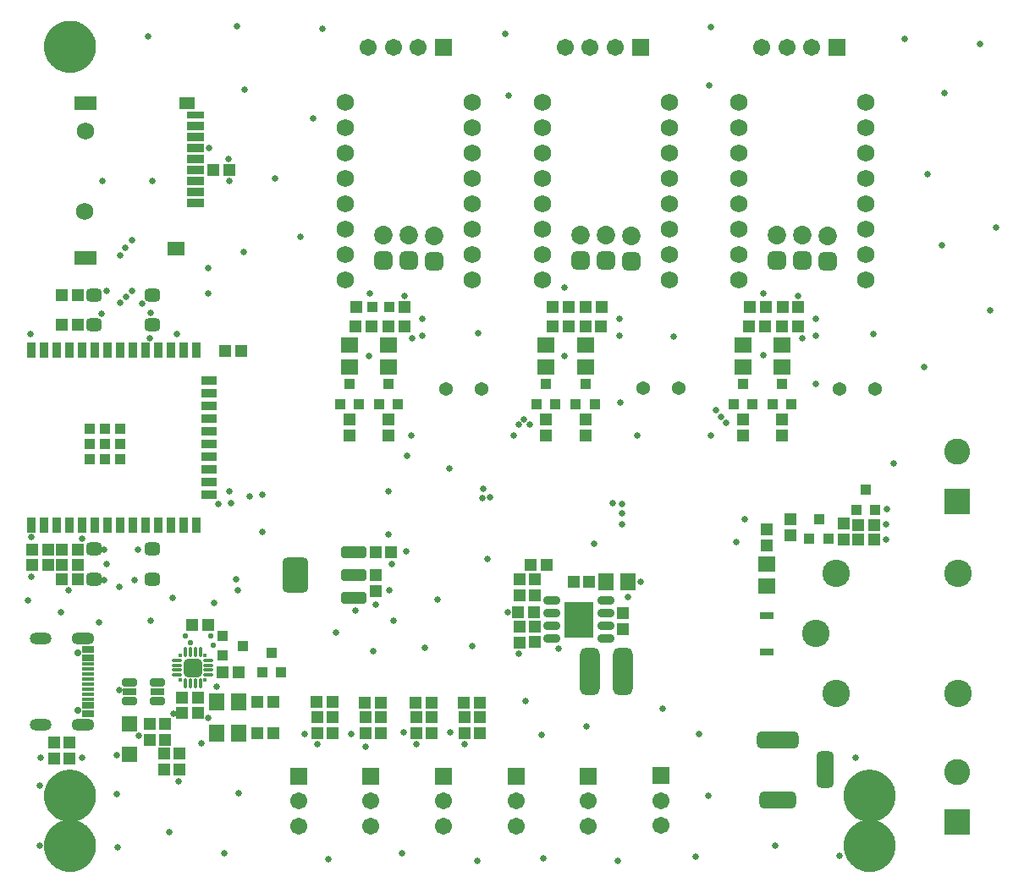
<source format=gts>
G04*
G04 #@! TF.GenerationSoftware,Altium Limited,Altium Designer,24.10.1 (45)*
G04*
G04 Layer_Color=8388736*
%FSLAX44Y44*%
%MOMM*%
G71*
G04*
G04 #@! TF.SameCoordinates,0EDCD7A5-6BC7-414E-B131-C269EAA69737*
G04*
G04*
G04 #@! TF.FilePolarity,Negative*
G04*
G01*
G75*
%ADD33R,1.0414X1.0414*%
%ADD34R,0.8890X1.4986*%
%ADD35R,1.4986X0.8890*%
%ADD45R,1.2192X1.1430*%
%ADD46R,1.7032X1.5032*%
G04:AMPARAMS|DCode=47|XSize=1.9532mm|YSize=4.7032mm|CornerRadius=0.5391mm|HoleSize=0mm|Usage=FLASHONLY|Rotation=180.000|XOffset=0mm|YOffset=0mm|HoleType=Round|Shape=RoundedRectangle|*
%AMROUNDEDRECTD47*
21,1,1.9532,3.6250,0,0,180.0*
21,1,0.8750,4.7032,0,0,180.0*
1,1,1.0782,-0.4375,1.8125*
1,1,1.0782,0.4375,1.8125*
1,1,1.0782,0.4375,-1.8125*
1,1,1.0782,-0.4375,-1.8125*
%
%ADD47ROUNDEDRECTD47*%
G04:AMPARAMS|DCode=48|XSize=1.5532mm|YSize=1.3032mm|CornerRadius=0.3766mm|HoleSize=0mm|Usage=FLASHONLY|Rotation=0.000|XOffset=0mm|YOffset=0mm|HoleType=Round|Shape=RoundedRectangle|*
%AMROUNDEDRECTD48*
21,1,1.5532,0.5500,0,0,0.0*
21,1,0.8000,1.3032,0,0,0.0*
1,1,0.7532,0.4000,-0.2750*
1,1,0.7532,-0.4000,-0.2750*
1,1,0.7532,-0.4000,0.2750*
1,1,0.7532,0.4000,0.2750*
%
%ADD48ROUNDEDRECTD48*%
G04:AMPARAMS|DCode=49|XSize=0.7516mm|YSize=1.4016mm|CornerRadius=0.2133mm|HoleSize=0mm|Usage=FLASHONLY|Rotation=90.000|XOffset=0mm|YOffset=0mm|HoleType=Round|Shape=RoundedRectangle|*
%AMROUNDEDRECTD49*
21,1,0.7516,0.9750,0,0,90.0*
21,1,0.3250,1.4016,0,0,90.0*
1,1,0.4266,0.4875,0.1625*
1,1,0.4266,0.4875,-0.1625*
1,1,0.4266,-0.4875,-0.1625*
1,1,0.4266,-0.4875,0.1625*
%
%ADD49ROUNDEDRECTD49*%
G04:AMPARAMS|DCode=50|XSize=0.8532mm|YSize=1.5032mm|CornerRadius=0.2641mm|HoleSize=0mm|Usage=FLASHONLY|Rotation=90.000|XOffset=0mm|YOffset=0mm|HoleType=Round|Shape=RoundedRectangle|*
%AMROUNDEDRECTD50*
21,1,0.8532,0.9750,0,0,90.0*
21,1,0.3250,1.5032,0,0,90.0*
1,1,0.5282,0.4875,0.1625*
1,1,0.5282,0.4875,-0.1625*
1,1,0.5282,-0.4875,-0.1625*
1,1,0.5282,-0.4875,0.1625*
%
%ADD50ROUNDEDRECTD50*%
%ADD51R,1.6032X1.6032*%
%ADD52R,1.0032X1.1032*%
%ADD53R,1.1430X1.2192*%
%ADD54R,1.0414X1.1176*%
G04:AMPARAMS|DCode=55|XSize=1.2032mm|YSize=2.6032mm|CornerRadius=0.3516mm|HoleSize=0mm|Usage=FLASHONLY|Rotation=270.000|XOffset=0mm|YOffset=0mm|HoleType=Round|Shape=RoundedRectangle|*
%AMROUNDEDRECTD55*
21,1,1.2032,1.9000,0,0,270.0*
21,1,0.5000,2.6032,0,0,270.0*
1,1,0.7032,-0.9500,-0.2500*
1,1,0.7032,-0.9500,0.2500*
1,1,0.7032,0.9500,0.2500*
1,1,0.7032,0.9500,-0.2500*
%
%ADD55ROUNDEDRECTD55*%
G04:AMPARAMS|DCode=56|XSize=3.5032mm|YSize=2.6032mm|CornerRadius=0.4616mm|HoleSize=0mm|Usage=FLASHONLY|Rotation=270.000|XOffset=0mm|YOffset=0mm|HoleType=Round|Shape=RoundedRectangle|*
%AMROUNDEDRECTD56*
21,1,3.5032,1.6800,0,0,270.0*
21,1,2.5800,2.6032,0,0,270.0*
1,1,0.9232,-0.8400,-1.2900*
1,1,0.9232,-0.8400,1.2900*
1,1,0.9232,0.8400,1.2900*
1,1,0.9232,0.8400,-1.2900*
%
%ADD56ROUNDEDRECTD56*%
%ADD57R,1.5032X1.7032*%
%ADD58R,2.2032X1.4032*%
%ADD59R,1.8032X0.9032*%
%ADD60R,1.7016X0.8016*%
%ADD61R,1.6016X1.3016*%
%ADD62R,1.7032X1.4032*%
G04:AMPARAMS|DCode=63|XSize=0.3914mm|YSize=1.2414mm|CornerRadius=0.1207mm|HoleSize=0mm|Usage=FLASHONLY|Rotation=270.000|XOffset=0mm|YOffset=0mm|HoleType=Round|Shape=RoundedRectangle|*
%AMROUNDEDRECTD63*
21,1,0.3914,1.0000,0,0,270.0*
21,1,0.1500,1.2414,0,0,270.0*
1,1,0.2414,-0.5000,-0.0750*
1,1,0.2414,-0.5000,0.0750*
1,1,0.2414,0.5000,0.0750*
1,1,0.2414,0.5000,-0.0750*
%
%ADD63ROUNDEDRECTD63*%
G04:AMPARAMS|DCode=64|XSize=0.6914mm|YSize=1.2414mm|CornerRadius=0.1957mm|HoleSize=0mm|Usage=FLASHONLY|Rotation=270.000|XOffset=0mm|YOffset=0mm|HoleType=Round|Shape=RoundedRectangle|*
%AMROUNDEDRECTD64*
21,1,0.6914,0.8500,0,0,270.0*
21,1,0.3000,1.2414,0,0,270.0*
1,1,0.3914,-0.4250,-0.1500*
1,1,0.3914,-0.4250,0.1500*
1,1,0.3914,0.4250,0.1500*
1,1,0.3914,0.4250,-0.1500*
%
%ADD64ROUNDEDRECTD64*%
%ADD65R,1.1032X1.0032*%
%ADD66R,1.3462X0.7874*%
G04:AMPARAMS|DCode=67|XSize=0.8032mm|YSize=1.6532mm|CornerRadius=0.2516mm|HoleSize=0mm|Usage=FLASHONLY|Rotation=90.000|XOffset=0mm|YOffset=0mm|HoleType=Round|Shape=RoundedRectangle|*
%AMROUNDEDRECTD67*
21,1,0.8032,1.1500,0,0,90.0*
21,1,0.3000,1.6532,0,0,90.0*
1,1,0.5032,0.5750,0.1500*
1,1,0.5032,0.5750,-0.1500*
1,1,0.5032,-0.5750,-0.1500*
1,1,0.5032,-0.5750,0.1500*
%
%ADD67ROUNDEDRECTD67*%
%ADD68R,2.9132X3.6032*%
G04:AMPARAMS|DCode=69|XSize=1.8914mm|YSize=1.8914mm|CornerRadius=0.4957mm|HoleSize=0mm|Usage=FLASHONLY|Rotation=0.000|XOffset=0mm|YOffset=0mm|HoleType=Round|Shape=RoundedRectangle|*
%AMROUNDEDRECTD69*
21,1,1.8914,0.9000,0,0,0.0*
21,1,0.9000,1.8914,0,0,0.0*
1,1,0.9914,0.4500,-0.4500*
1,1,0.9914,-0.4500,-0.4500*
1,1,0.9914,-0.4500,0.4500*
1,1,0.9914,0.4500,0.4500*
%
%ADD69ROUNDEDRECTD69*%
G04:AMPARAMS|DCode=70|XSize=0.3914mm|YSize=0.3914mm|CornerRadius=0.1207mm|HoleSize=0mm|Usage=FLASHONLY|Rotation=0.000|XOffset=0mm|YOffset=0mm|HoleType=Round|Shape=RoundedRectangle|*
%AMROUNDEDRECTD70*
21,1,0.3914,0.1500,0,0,0.0*
21,1,0.1500,0.3914,0,0,0.0*
1,1,0.2414,0.0750,-0.0750*
1,1,0.2414,-0.0750,-0.0750*
1,1,0.2414,-0.0750,0.0750*
1,1,0.2414,0.0750,0.0750*
%
%ADD70ROUNDEDRECTD70*%
%ADD71R,0.3914X0.3914*%
G04:AMPARAMS|DCode=72|XSize=0.9914mm|YSize=0.3914mm|CornerRadius=0.1207mm|HoleSize=0mm|Usage=FLASHONLY|Rotation=270.000|XOffset=0mm|YOffset=0mm|HoleType=Round|Shape=RoundedRectangle|*
%AMROUNDEDRECTD72*
21,1,0.9914,0.1500,0,0,270.0*
21,1,0.7500,0.3914,0,0,270.0*
1,1,0.2414,-0.0750,-0.3750*
1,1,0.2414,-0.0750,0.3750*
1,1,0.2414,0.0750,0.3750*
1,1,0.2414,0.0750,-0.3750*
%
%ADD72ROUNDEDRECTD72*%
G04:AMPARAMS|DCode=73|XSize=0.9914mm|YSize=0.3914mm|CornerRadius=0.1207mm|HoleSize=0mm|Usage=FLASHONLY|Rotation=180.000|XOffset=0mm|YOffset=0mm|HoleType=Round|Shape=RoundedRectangle|*
%AMROUNDEDRECTD73*
21,1,0.9914,0.1500,0,0,180.0*
21,1,0.7500,0.3914,0,0,180.0*
1,1,0.2414,-0.3750,0.0750*
1,1,0.2414,0.3750,0.0750*
1,1,0.2414,0.3750,-0.0750*
1,1,0.2414,-0.3750,-0.0750*
%
%ADD73ROUNDEDRECTD73*%
%ADD74C,1.3716*%
%ADD75C,1.8542*%
G04:AMPARAMS|DCode=76|XSize=1.8542mm|YSize=1.8542mm|CornerRadius=0.5143mm|HoleSize=0mm|Usage=FLASHONLY|Rotation=90.000|XOffset=0mm|YOffset=0mm|HoleType=Round|Shape=RoundedRectangle|*
%AMROUNDEDRECTD76*
21,1,1.8542,0.8255,0,0,90.0*
21,1,0.8255,1.8542,0,0,90.0*
1,1,1.0287,0.4128,0.4128*
1,1,1.0287,0.4128,-0.4128*
1,1,1.0287,-0.4128,-0.4128*
1,1,1.0287,-0.4128,0.4128*
%
%ADD76ROUNDEDRECTD76*%
%ADD77C,1.7524*%
%ADD78C,2.7432*%
%ADD79R,2.6032X2.6032*%
%ADD80C,2.6032*%
%ADD81C,1.7272*%
%ADD82C,1.7112*%
%ADD83R,1.7112X1.7112*%
G04:AMPARAMS|DCode=84|XSize=1.7032mm|YSize=3.7032mm|CornerRadius=0.4766mm|HoleSize=0mm|Usage=FLASHONLY|Rotation=0.000|XOffset=0mm|YOffset=0mm|HoleType=Round|Shape=RoundedRectangle|*
%AMROUNDEDRECTD84*
21,1,1.7032,2.7500,0,0,0.0*
21,1,0.7500,3.7032,0,0,0.0*
1,1,0.9532,0.3750,-1.3750*
1,1,0.9532,-0.3750,-1.3750*
1,1,0.9532,-0.3750,1.3750*
1,1,0.9532,0.3750,1.3750*
%
%ADD84ROUNDEDRECTD84*%
G04:AMPARAMS|DCode=85|XSize=1.7032mm|YSize=3.7032mm|CornerRadius=0.4766mm|HoleSize=0mm|Usage=FLASHONLY|Rotation=270.000|XOffset=0mm|YOffset=0mm|HoleType=Round|Shape=RoundedRectangle|*
%AMROUNDEDRECTD85*
21,1,1.7032,2.7500,0,0,270.0*
21,1,0.7500,3.7032,0,0,270.0*
1,1,0.9532,-1.3750,-0.3750*
1,1,0.9532,-1.3750,0.3750*
1,1,0.9532,1.3750,0.3750*
1,1,0.9532,1.3750,-0.3750*
%
%ADD85ROUNDEDRECTD85*%
G04:AMPARAMS|DCode=86|XSize=1.7032mm|YSize=4.2032mm|CornerRadius=0.4766mm|HoleSize=0mm|Usage=FLASHONLY|Rotation=90.000|XOffset=0mm|YOffset=0mm|HoleType=Round|Shape=RoundedRectangle|*
%AMROUNDEDRECTD86*
21,1,1.7032,3.2500,0,0,90.0*
21,1,0.7500,4.2032,0,0,90.0*
1,1,0.9532,1.6250,0.3750*
1,1,0.9532,1.6250,-0.3750*
1,1,0.9532,-1.6250,-0.3750*
1,1,0.9532,-1.6250,0.3750*
%
%ADD86ROUNDEDRECTD86*%
%ADD87C,0.7414*%
%ADD88O,2.3032X1.2532*%
%ADD89O,2.2032X1.2032*%
%ADD90R,1.7112X1.7112*%
%ADD91C,0.6604*%
%ADD92C,0.5588*%
G36*
X51685Y855990D02*
X51794D01*
X51903Y855985D01*
X52012Y855983D01*
X52121Y855976D01*
X52230Y855971D01*
X52340Y855962D01*
X52448Y855954D01*
X52556Y855943D01*
X52665Y855933D01*
X52773Y855919D01*
X52882Y855907D01*
X52990Y855890D01*
X53098Y855876D01*
X53205Y855857D01*
X53313Y855841D01*
X53420Y855819D01*
X53527Y855800D01*
X56618Y855185D01*
X56725Y855162D01*
X56832Y855141D01*
X56939Y855115D01*
X57045Y855091D01*
X57149Y855063D01*
X57256Y855037D01*
X57362Y855006D01*
X57466Y854978D01*
X57570Y854945D01*
X57675Y854915D01*
X57778Y854880D01*
X57882Y854847D01*
X57985Y854810D01*
X58088Y854774D01*
X58191Y854734D01*
X58292Y854697D01*
X58392Y854656D01*
X58495Y854616D01*
X61407Y853410D01*
X61507Y853366D01*
X61607Y853324D01*
X61706Y853278D01*
X61806Y853234D01*
X61903Y853186D01*
X62003Y853140D01*
X62100Y853089D01*
X62197Y853041D01*
X62293Y852989D01*
X62390Y852939D01*
X62484Y852884D01*
X62580Y852831D01*
X62674Y852775D01*
X62768Y852720D01*
X62860Y852662D01*
X62953Y852605D01*
X63043Y852545D01*
X63136Y852486D01*
X65757Y850735D01*
X65846Y850672D01*
X65937Y850612D01*
X66025Y850547D01*
X66114Y850484D01*
X66200Y850418D01*
X66289Y850354D01*
X66374Y850285D01*
X66460Y850219D01*
X66543Y850149D01*
X66629Y850080D01*
X66711Y850008D01*
X66795Y849938D01*
X66875Y849865D01*
X66957Y849793D01*
X67036Y849717D01*
X67116Y849643D01*
X67193Y849567D01*
X67272Y849491D01*
X69501Y847262D01*
X69577Y847183D01*
X69654Y847106D01*
X69727Y847026D01*
X69803Y846947D01*
X69875Y846865D01*
X69948Y846785D01*
X70019Y846701D01*
X70090Y846619D01*
X70159Y846533D01*
X70229Y846450D01*
X70295Y846364D01*
X70364Y846279D01*
X70428Y846190D01*
X70494Y846104D01*
X70557Y846015D01*
X70622Y845927D01*
X70682Y845836D01*
X70745Y845747D01*
X72496Y843126D01*
X72555Y843034D01*
X72615Y842943D01*
X72672Y842850D01*
X72730Y842758D01*
X72784Y842664D01*
X72841Y842570D01*
X72895Y842473D01*
X72948Y842380D01*
X72998Y842284D01*
X73051Y842188D01*
X73100Y842090D01*
X73150Y841993D01*
X73196Y841894D01*
X73244Y841796D01*
X73289Y841696D01*
X73334Y841597D01*
X73376Y841498D01*
X73420Y841397D01*
X74626Y838485D01*
X74666Y838382D01*
X74707Y838282D01*
X74745Y838180D01*
X74784Y838078D01*
X74819Y837976D01*
X74857Y837872D01*
X74890Y837768D01*
X74925Y837665D01*
X74955Y837560D01*
X74988Y837456D01*
X75016Y837351D01*
X75047Y837246D01*
X75073Y837140D01*
X75101Y837035D01*
X75125Y836928D01*
X75150Y836822D01*
X75172Y836715D01*
X75195Y836609D01*
X75810Y833517D01*
X75829Y833410D01*
X75851Y833303D01*
X75867Y833195D01*
X75886Y833088D01*
X75900Y832980D01*
X75917Y832872D01*
X75929Y832763D01*
X75943Y832655D01*
X75953Y832546D01*
X75964Y832438D01*
X75971Y832329D01*
X75981Y832220D01*
X75986Y832111D01*
X75993Y832002D01*
X75995Y831893D01*
X76000Y831784D01*
Y831675D01*
X76002Y831566D01*
Y829990D01*
Y828414D01*
X76000Y828305D01*
Y828196D01*
X75995Y828087D01*
X75993Y827978D01*
X75986Y827869D01*
X75981Y827760D01*
X75971Y827651D01*
X75964Y827542D01*
X75953Y827434D01*
X75943Y827325D01*
X75929Y827217D01*
X75917Y827109D01*
X75900Y827000D01*
X75886Y826893D01*
X75867Y826785D01*
X75851Y826677D01*
X75829Y826571D01*
X75810Y826463D01*
X75195Y823372D01*
X75172Y823265D01*
X75150Y823158D01*
X75125Y823052D01*
X75101Y822946D01*
X75073Y822841D01*
X75047Y822734D01*
X75016Y822628D01*
X74988Y822524D01*
X74955Y822421D01*
X74925Y822315D01*
X74890Y822212D01*
X74857Y822108D01*
X74820Y822006D01*
X74784Y821902D01*
X74745Y821799D01*
X74707Y821698D01*
X74666Y821598D01*
X74626Y821495D01*
X73420Y818584D01*
X73376Y818483D01*
X73334Y818383D01*
X73288Y818284D01*
X73244Y818184D01*
X73196Y818087D01*
X73150Y817987D01*
X73099Y817890D01*
X73051Y817793D01*
X72999Y817697D01*
X72948Y817600D01*
X72894Y817506D01*
X72841Y817410D01*
X72785Y817317D01*
X72730Y817222D01*
X72671Y817130D01*
X72615Y817037D01*
X72555Y816947D01*
X72496Y816854D01*
X70745Y814234D01*
X70682Y814144D01*
X70622Y814054D01*
X70557Y813966D01*
X70494Y813876D01*
X70428Y813790D01*
X70364Y813702D01*
X70295Y813616D01*
X70229Y813530D01*
X70159Y813447D01*
X70090Y813361D01*
X70019Y813279D01*
X69948Y813196D01*
X69875Y813115D01*
X69803Y813033D01*
X69727Y812954D01*
X69654Y812874D01*
X69577Y812797D01*
X69501Y812718D01*
X67272Y810489D01*
X67193Y810414D01*
X67116Y810337D01*
X67036Y810263D01*
X66957Y810188D01*
X66875Y810116D01*
X66795Y810042D01*
X66711Y809972D01*
X66629Y809900D01*
X66543Y809831D01*
X66460Y809761D01*
X66374Y809696D01*
X66289Y809627D01*
X66200Y809562D01*
X66114Y809496D01*
X66025Y809433D01*
X65937Y809369D01*
X65846Y809308D01*
X65757Y809245D01*
X63136Y807494D01*
X63044Y807436D01*
X62953Y807375D01*
X62860Y807318D01*
X62768Y807260D01*
X62674Y807206D01*
X62580Y807149D01*
X62483Y807096D01*
X62390Y807042D01*
X62294Y806992D01*
X62198Y806939D01*
X62100Y806891D01*
X62003Y806840D01*
X61904Y806794D01*
X61806Y806746D01*
X61706Y806702D01*
X61607Y806656D01*
X61508Y806615D01*
X61407Y806570D01*
X58495Y805364D01*
X58393Y805324D01*
X58292Y805283D01*
X58190Y805245D01*
X58088Y805206D01*
X57986Y805171D01*
X57882Y805133D01*
X57778Y805100D01*
X57675Y805066D01*
X57570Y805035D01*
X57466Y805002D01*
X57361Y804974D01*
X57256Y804943D01*
X57150Y804918D01*
X57045Y804889D01*
X56938Y804866D01*
X56832Y804840D01*
X56726Y804818D01*
X56618Y804795D01*
X53527Y804180D01*
X53419Y804161D01*
X53313Y804140D01*
X53205Y804123D01*
X53098Y804104D01*
X52990Y804090D01*
X52882Y804073D01*
X52773Y804061D01*
X52665Y804047D01*
X52556Y804038D01*
X52448Y804026D01*
X52339Y804019D01*
X52230Y804009D01*
X52121Y804004D01*
X52012Y803997D01*
X51903Y803995D01*
X51794Y803990D01*
X51685D01*
X51576Y803988D01*
X48424D01*
X48315Y803990D01*
X48206D01*
X48097Y803995D01*
X47988Y803997D01*
X47879Y804004D01*
X47770Y804009D01*
X47661Y804019D01*
X47552Y804026D01*
X47444Y804038D01*
X47335Y804047D01*
X47228Y804061D01*
X47119Y804073D01*
X47011Y804090D01*
X46903Y804104D01*
X46795Y804123D01*
X46687Y804140D01*
X46581Y804161D01*
X46473Y804180D01*
X43382Y804795D01*
X43275Y804818D01*
X43168Y804840D01*
X43062Y804866D01*
X42956Y804889D01*
X42851Y804917D01*
X42744Y804943D01*
X42639Y804974D01*
X42534Y805002D01*
X42430Y805035D01*
X42325Y805066D01*
X42222Y805100D01*
X42118Y805133D01*
X42016Y805171D01*
X41912Y805206D01*
X41810Y805246D01*
X41708Y805283D01*
X41608Y805324D01*
X41505Y805364D01*
X38593Y806570D01*
X38493Y806614D01*
X38393Y806656D01*
X38294Y806702D01*
X38194Y806746D01*
X38097Y806794D01*
X37997Y806840D01*
X37900Y806891D01*
X37803Y806939D01*
X37707Y806992D01*
X37610Y807042D01*
X37516Y807096D01*
X37420Y807149D01*
X37327Y807206D01*
X37232Y807260D01*
X37140Y807319D01*
X37047Y807375D01*
X36957Y807436D01*
X36864Y807494D01*
X34244Y809245D01*
X34154Y809308D01*
X34064Y809369D01*
X33976Y809433D01*
X33886Y809496D01*
X33800Y809562D01*
X33712Y809627D01*
X33626Y809696D01*
X33540Y809761D01*
X33457Y809831D01*
X33371Y809900D01*
X33289Y809972D01*
X33206Y810042D01*
X33125Y810116D01*
X33043Y810188D01*
X32964Y810263D01*
X32884Y810337D01*
X32807Y810414D01*
X32728Y810489D01*
X30499Y812718D01*
X30424Y812797D01*
X30347Y812874D01*
X30273Y812954D01*
X30198Y813033D01*
X30126Y813115D01*
X30052Y813196D01*
X29982Y813279D01*
X29910Y813361D01*
X29841Y813447D01*
X29771Y813530D01*
X29706Y813616D01*
X29637Y813702D01*
X29572Y813790D01*
X29506Y813876D01*
X29443Y813966D01*
X29379Y814054D01*
X29318Y814144D01*
X29255Y814234D01*
X27504Y816854D01*
X27446Y816946D01*
X27385Y817037D01*
X27328Y817131D01*
X27270Y817222D01*
X27216Y817316D01*
X27159Y817410D01*
X27106Y817507D01*
X27052Y817600D01*
X27002Y817696D01*
X26949Y817793D01*
X26901Y817890D01*
X26850Y817987D01*
X26804Y818086D01*
X26756Y818184D01*
X26712Y818285D01*
X26666Y818383D01*
X26625Y818483D01*
X26580Y818584D01*
X25374Y821495D01*
X25334Y821598D01*
X25293Y821698D01*
X25255Y821801D01*
X25216Y821902D01*
X25181Y822005D01*
X25143Y822108D01*
X25110Y822213D01*
X25076Y822315D01*
X25045Y822420D01*
X25012Y822524D01*
X24984Y822629D01*
X24953Y822734D01*
X24927Y822840D01*
X24899Y822946D01*
X24876Y823052D01*
X24850Y823158D01*
X24829Y823265D01*
X24805Y823372D01*
X24190Y826463D01*
X24171Y826571D01*
X24150Y826677D01*
X24133Y826785D01*
X24114Y826893D01*
X24100Y827001D01*
X24083Y827109D01*
X24071Y827217D01*
X24057Y827325D01*
X24048Y827434D01*
X24036Y827542D01*
X24029Y827651D01*
X24019Y827760D01*
X24014Y827869D01*
X24007Y827978D01*
X24005Y828087D01*
X24000Y828196D01*
Y828305D01*
X23998Y828414D01*
Y829990D01*
Y831566D01*
X24000Y831675D01*
Y831784D01*
X24005Y831893D01*
X24007Y832002D01*
X24014Y832111D01*
X24019Y832220D01*
X24029Y832329D01*
X24036Y832438D01*
X24048Y832546D01*
X24057Y832655D01*
X24071Y832763D01*
X24083Y832872D01*
X24100Y832980D01*
X24114Y833087D01*
X24133Y833195D01*
X24150Y833303D01*
X24171Y833409D01*
X24190Y833517D01*
X24805Y836609D01*
X24829Y836715D01*
X24850Y836822D01*
X24876Y836928D01*
X24899Y837035D01*
X24927Y837139D01*
X24953Y837246D01*
X24984Y837351D01*
X25012Y837456D01*
X25045Y837560D01*
X25076Y837665D01*
X25110Y837768D01*
X25143Y837872D01*
X25181Y837975D01*
X25216Y838078D01*
X25256Y838181D01*
X25293Y838282D01*
X25334Y838382D01*
X25374Y838485D01*
X26580Y841397D01*
X26624Y841497D01*
X26666Y841597D01*
X26712Y841696D01*
X26756Y841796D01*
X26804Y841893D01*
X26850Y841993D01*
X26901Y842090D01*
X26949Y842188D01*
X27002Y842283D01*
X27052Y842380D01*
X27106Y842474D01*
X27159Y842570D01*
X27215Y842664D01*
X27270Y842758D01*
X27329Y842850D01*
X27385Y842943D01*
X27445Y843034D01*
X27504Y843126D01*
X29255Y845747D01*
X29318Y845836D01*
X29379Y845927D01*
X29443Y846015D01*
X29506Y846104D01*
X29572Y846190D01*
X29637Y846279D01*
X29706Y846364D01*
X29771Y846450D01*
X29841Y846533D01*
X29910Y846619D01*
X29982Y846701D01*
X30052Y846785D01*
X30126Y846865D01*
X30198Y846947D01*
X30273Y847026D01*
X30347Y847106D01*
X30424Y847183D01*
X30499Y847262D01*
X32728Y849491D01*
X32807Y849566D01*
X32884Y849643D01*
X32964Y849717D01*
X33043Y849793D01*
X33125Y849865D01*
X33206Y849938D01*
X33289Y850008D01*
X33371Y850080D01*
X33457Y850149D01*
X33540Y850219D01*
X33626Y850285D01*
X33712Y850354D01*
X33800Y850418D01*
X33886Y850484D01*
X33976Y850547D01*
X34064Y850612D01*
X34154Y850672D01*
X34244Y850735D01*
X36864Y852486D01*
X36957Y852545D01*
X37047Y852605D01*
X37141Y852662D01*
X37232Y852720D01*
X37326Y852774D01*
X37420Y852831D01*
X37517Y852885D01*
X37610Y852939D01*
X37706Y852989D01*
X37803Y853041D01*
X37901Y853090D01*
X37997Y853140D01*
X38096Y853186D01*
X38194Y853234D01*
X38294Y853279D01*
X38393Y853324D01*
X38493Y853366D01*
X38593Y853410D01*
X41505Y854616D01*
X41608Y854656D01*
X41708Y854697D01*
X41810Y854735D01*
X41912Y854774D01*
X42015Y854809D01*
X42118Y854847D01*
X42222Y854880D01*
X42325Y854915D01*
X42430Y854945D01*
X42534Y854978D01*
X42639Y855006D01*
X42744Y855037D01*
X42850Y855063D01*
X42956Y855091D01*
X43062Y855115D01*
X43168Y855141D01*
X43275Y855162D01*
X43382Y855185D01*
X46473Y855800D01*
X46581Y855819D01*
X46687Y855841D01*
X46795Y855857D01*
X46903Y855876D01*
X47010Y855890D01*
X47119Y855907D01*
X47227Y855919D01*
X47335Y855933D01*
X47444Y855943D01*
X47552Y855954D01*
X47661Y855962D01*
X47770Y855971D01*
X47880Y855976D01*
X47988Y855983D01*
X48097Y855985D01*
X48206Y855990D01*
X48315D01*
X48424Y855993D01*
X51576D01*
X51685Y855990D01*
D02*
G37*
G36*
X851685Y106000D02*
X851794D01*
X851903Y105995D01*
X852012Y105993D01*
X852121Y105986D01*
X852230Y105981D01*
X852339Y105971D01*
X852448Y105964D01*
X852556Y105953D01*
X852665Y105943D01*
X852773Y105929D01*
X852882Y105917D01*
X852990Y105900D01*
X853098Y105886D01*
X853205Y105867D01*
X853313Y105850D01*
X853420Y105829D01*
X853527Y105810D01*
X856619Y105195D01*
X856725Y105172D01*
X856832Y105150D01*
X856938Y105124D01*
X857045Y105101D01*
X857150Y105073D01*
X857256Y105047D01*
X857361Y105016D01*
X857466Y104988D01*
X857570Y104955D01*
X857675Y104924D01*
X857778Y104890D01*
X857882Y104857D01*
X857986Y104819D01*
X858088Y104784D01*
X858190Y104745D01*
X858292Y104707D01*
X858392Y104666D01*
X858495Y104626D01*
X861407Y103420D01*
X861507Y103376D01*
X861607Y103334D01*
X861706Y103288D01*
X861806Y103244D01*
X861904Y103196D01*
X862003Y103150D01*
X862100Y103099D01*
X862198Y103051D01*
X862294Y102998D01*
X862390Y102948D01*
X862483Y102894D01*
X862580Y102841D01*
X862674Y102784D01*
X862768Y102730D01*
X862860Y102672D01*
X862953Y102615D01*
X863044Y102555D01*
X863136Y102496D01*
X865757Y100745D01*
X865846Y100682D01*
X865937Y100622D01*
X866025Y100557D01*
X866114Y100494D01*
X866200Y100428D01*
X866289Y100363D01*
X866374Y100295D01*
X866460Y100229D01*
X866543Y100159D01*
X866629Y100090D01*
X866711Y100018D01*
X866795Y99948D01*
X866875Y99874D01*
X866957Y99803D01*
X867036Y99727D01*
X867116Y99653D01*
X867193Y99576D01*
X867272Y99501D01*
X869501Y97272D01*
X869577Y97193D01*
X869653Y97116D01*
X869727Y97036D01*
X869803Y96957D01*
X869874Y96875D01*
X869948Y96794D01*
X870018Y96711D01*
X870090Y96629D01*
X870159Y96543D01*
X870229Y96460D01*
X870295Y96374D01*
X870364Y96288D01*
X870428Y96200D01*
X870495Y96114D01*
X870557Y96025D01*
X870622Y95936D01*
X870682Y95846D01*
X870745Y95756D01*
X872496Y93136D01*
X872555Y93043D01*
X872615Y92953D01*
X872672Y92860D01*
X872730Y92768D01*
X872785Y92673D01*
X872841Y92580D01*
X872894Y92484D01*
X872949Y92390D01*
X872999Y92293D01*
X873051Y92197D01*
X873099Y92100D01*
X873150Y92003D01*
X873196Y91903D01*
X873244Y91806D01*
X873288Y91706D01*
X873334Y91607D01*
X873376Y91507D01*
X873420Y91407D01*
X874626Y88495D01*
X874666Y88392D01*
X874707Y88292D01*
X874744Y88191D01*
X874784Y88088D01*
X874820Y87985D01*
X874857Y87882D01*
X874890Y87778D01*
X874925Y87675D01*
X874955Y87570D01*
X874988Y87466D01*
X875016Y87362D01*
X875047Y87256D01*
X875073Y87149D01*
X875101Y87044D01*
X875125Y86938D01*
X875151Y86832D01*
X875172Y86725D01*
X875195Y86618D01*
X875810Y83527D01*
X875829Y83420D01*
X875851Y83313D01*
X875867Y83205D01*
X875886Y83097D01*
X875900Y82990D01*
X875917Y82881D01*
X875929Y82773D01*
X875943Y82665D01*
X875953Y82556D01*
X875964Y82448D01*
X875972Y82339D01*
X875981Y82230D01*
X875986Y82121D01*
X875993Y82012D01*
X875995Y81903D01*
X876000Y81794D01*
Y81685D01*
X876003Y81576D01*
Y80000D01*
Y78424D01*
X876000Y78315D01*
Y78206D01*
X875995Y78097D01*
X875993Y77988D01*
X875986Y77879D01*
X875981Y77770D01*
X875972Y77661D01*
X875964Y77552D01*
X875953Y77444D01*
X875943Y77335D01*
X875929Y77227D01*
X875917Y77119D01*
X875900Y77010D01*
X875886Y76902D01*
X875867Y76795D01*
X875851Y76687D01*
X875829Y76580D01*
X875810Y76473D01*
X875195Y73382D01*
X875172Y73275D01*
X875151Y73168D01*
X875125Y73062D01*
X875101Y72955D01*
X875073Y72850D01*
X875047Y72744D01*
X875016Y72639D01*
X874988Y72534D01*
X874955Y72430D01*
X874925Y72325D01*
X874890Y72222D01*
X874857Y72118D01*
X874819Y72014D01*
X874784Y71912D01*
X874745Y71810D01*
X874707Y71708D01*
X874666Y71608D01*
X874626Y71505D01*
X873420Y68593D01*
X873376Y68492D01*
X873334Y68393D01*
X873289Y68294D01*
X873244Y68194D01*
X873196Y68096D01*
X873150Y67997D01*
X873100Y67900D01*
X873051Y67803D01*
X872999Y67706D01*
X872949Y67610D01*
X872895Y67517D01*
X872841Y67420D01*
X872784Y67326D01*
X872730Y67232D01*
X872672Y67140D01*
X872615Y67047D01*
X872555Y66956D01*
X872496Y66864D01*
X870745Y64244D01*
X870682Y64154D01*
X870622Y64063D01*
X870557Y63975D01*
X870495Y63886D01*
X870428Y63800D01*
X870364Y63712D01*
X870295Y63626D01*
X870229Y63540D01*
X870159Y63457D01*
X870090Y63371D01*
X870018Y63289D01*
X869948Y63205D01*
X869874Y63125D01*
X869803Y63043D01*
X869727Y62964D01*
X869653Y62884D01*
X869576Y62807D01*
X869501Y62728D01*
X867272Y60499D01*
X867193Y60423D01*
X867116Y60347D01*
X867036Y60273D01*
X866957Y60197D01*
X866875Y60126D01*
X866795Y60052D01*
X866711Y59982D01*
X866629Y59910D01*
X866543Y59841D01*
X866460Y59771D01*
X866374Y59705D01*
X866289Y59637D01*
X866200Y59572D01*
X866114Y59506D01*
X866025Y59443D01*
X865937Y59378D01*
X865846Y59318D01*
X865757Y59255D01*
X863136Y57504D01*
X863044Y57445D01*
X862953Y57385D01*
X862860Y57329D01*
X862768Y57270D01*
X862674Y57215D01*
X862580Y57159D01*
X862484Y57106D01*
X862390Y57052D01*
X862293Y57001D01*
X862197Y56949D01*
X862100Y56901D01*
X862003Y56850D01*
X861903Y56804D01*
X861806Y56756D01*
X861706Y56712D01*
X861607Y56666D01*
X861507Y56624D01*
X861407Y56580D01*
X858495Y55374D01*
X858392Y55334D01*
X858292Y55293D01*
X858191Y55256D01*
X858088Y55216D01*
X857985Y55181D01*
X857882Y55143D01*
X857778Y55110D01*
X857675Y55075D01*
X857570Y55045D01*
X857466Y55012D01*
X857402Y54995D01*
X857466Y54978D01*
X857570Y54945D01*
X857675Y54915D01*
X857778Y54880D01*
X857882Y54847D01*
X857986Y54809D01*
X858088Y54774D01*
X858190Y54735D01*
X858292Y54697D01*
X858392Y54656D01*
X858495Y54616D01*
X861407Y53410D01*
X861507Y53366D01*
X861607Y53324D01*
X861706Y53279D01*
X861806Y53234D01*
X861904Y53186D01*
X862003Y53140D01*
X862100Y53090D01*
X862197Y53041D01*
X862294Y52989D01*
X862390Y52938D01*
X862483Y52885D01*
X862580Y52831D01*
X862674Y52774D01*
X862768Y52720D01*
X862860Y52662D01*
X862953Y52605D01*
X863044Y52545D01*
X863136Y52486D01*
X865756Y50735D01*
X865846Y50672D01*
X865937Y50612D01*
X866025Y50547D01*
X866114Y50484D01*
X866200Y50418D01*
X866289Y50354D01*
X866374Y50285D01*
X866460Y50219D01*
X866543Y50149D01*
X866629Y50080D01*
X866711Y50009D01*
X866794Y49938D01*
X866875Y49865D01*
X866957Y49793D01*
X867036Y49717D01*
X867116Y49644D01*
X867193Y49566D01*
X867272Y49491D01*
X869501Y47262D01*
X869576Y47183D01*
X869653Y47106D01*
X869727Y47026D01*
X869802Y46947D01*
X869874Y46865D01*
X869948Y46785D01*
X870018Y46701D01*
X870090Y46619D01*
X870159Y46533D01*
X870229Y46450D01*
X870295Y46364D01*
X870363Y46279D01*
X870428Y46190D01*
X870494Y46104D01*
X870557Y46015D01*
X870621Y45927D01*
X870682Y45836D01*
X870745Y45746D01*
X872496Y43126D01*
X872555Y43033D01*
X872615Y42943D01*
X872671Y42850D01*
X872730Y42758D01*
X872785Y42664D01*
X872841Y42570D01*
X872894Y42474D01*
X872948Y42380D01*
X872999Y42283D01*
X873051Y42188D01*
X873099Y42090D01*
X873150Y41993D01*
X873196Y41893D01*
X873244Y41796D01*
X873288Y41696D01*
X873334Y41597D01*
X873376Y41497D01*
X873420Y41397D01*
X874626Y38485D01*
X874666Y38382D01*
X874707Y38282D01*
X874744Y38181D01*
X874784Y38078D01*
X874819Y37975D01*
X874857Y37872D01*
X874890Y37768D01*
X874924Y37665D01*
X874955Y37560D01*
X874988Y37456D01*
X875016Y37352D01*
X875047Y37246D01*
X875073Y37139D01*
X875101Y37035D01*
X875124Y36929D01*
X875150Y36822D01*
X875172Y36715D01*
X875195Y36609D01*
X875810Y33517D01*
X875829Y33410D01*
X875850Y33303D01*
X875867Y33195D01*
X875886Y33088D01*
X875900Y32980D01*
X875917Y32872D01*
X875929Y32763D01*
X875943Y32655D01*
X875953Y32546D01*
X875964Y32438D01*
X875971Y32329D01*
X875981Y32220D01*
X875986Y32111D01*
X875993Y32002D01*
X875995Y31893D01*
X876000Y31784D01*
Y31675D01*
X876002Y31566D01*
Y29990D01*
Y28414D01*
X876000Y28305D01*
Y28196D01*
X875995Y28087D01*
X875993Y27978D01*
X875986Y27870D01*
X875981Y27760D01*
X875971Y27651D01*
X875964Y27543D01*
X875953Y27434D01*
X875943Y27325D01*
X875929Y27217D01*
X875917Y27109D01*
X875900Y27000D01*
X875886Y26893D01*
X875867Y26785D01*
X875850Y26677D01*
X875829Y26570D01*
X875810Y26463D01*
X875195Y23372D01*
X875172Y23265D01*
X875150Y23158D01*
X875124Y23052D01*
X875101Y22946D01*
X875073Y22840D01*
X875047Y22734D01*
X875016Y22629D01*
X874988Y22524D01*
X874955Y22420D01*
X874924Y22315D01*
X874890Y22213D01*
X874857Y22108D01*
X874819Y22005D01*
X874784Y21902D01*
X874745Y21800D01*
X874707Y21698D01*
X874666Y21598D01*
X874626Y21495D01*
X873420Y18584D01*
X873376Y18483D01*
X873334Y18383D01*
X873288Y18284D01*
X873244Y18184D01*
X873196Y18086D01*
X873150Y17987D01*
X873099Y17890D01*
X873051Y17793D01*
X872998Y17696D01*
X872948Y17600D01*
X872894Y17507D01*
X872841Y17410D01*
X872784Y17316D01*
X872730Y17222D01*
X872672Y17131D01*
X872615Y17037D01*
X872554Y16947D01*
X872496Y16854D01*
X870745Y14234D01*
X870682Y14144D01*
X870621Y14054D01*
X870557Y13966D01*
X870494Y13876D01*
X870428Y13790D01*
X870363Y13702D01*
X870295Y13616D01*
X870229Y13530D01*
X870159Y13447D01*
X870090Y13361D01*
X870018Y13279D01*
X869948Y13196D01*
X869874Y13115D01*
X869802Y13033D01*
X869727Y12954D01*
X869653Y12874D01*
X869576Y12797D01*
X869501Y12718D01*
X867272Y10489D01*
X867193Y10414D01*
X867116Y10337D01*
X867036Y10263D01*
X866957Y10188D01*
X866875Y10116D01*
X866794Y10042D01*
X866711Y9972D01*
X866629Y9900D01*
X866543Y9831D01*
X866460Y9761D01*
X866374Y9696D01*
X866289Y9627D01*
X866200Y9562D01*
X866114Y9496D01*
X866025Y9433D01*
X865937Y9369D01*
X865846Y9308D01*
X865756Y9245D01*
X863136Y7494D01*
X863043Y7436D01*
X862953Y7375D01*
X862860Y7319D01*
X862768Y7260D01*
X862673Y7206D01*
X862580Y7149D01*
X862484Y7096D01*
X862390Y7042D01*
X862293Y6992D01*
X862197Y6939D01*
X862100Y6891D01*
X862003Y6840D01*
X861903Y6794D01*
X861806Y6746D01*
X861706Y6702D01*
X861607Y6656D01*
X861507Y6614D01*
X861407Y6570D01*
X858495Y5364D01*
X858392Y5324D01*
X858292Y5283D01*
X858191Y5246D01*
X858088Y5206D01*
X857985Y5171D01*
X857882Y5133D01*
X857778Y5100D01*
X857675Y5066D01*
X857570Y5035D01*
X857466Y5002D01*
X857361Y4974D01*
X857256Y4943D01*
X857149Y4917D01*
X857044Y4889D01*
X856938Y4866D01*
X856832Y4840D01*
X856725Y4818D01*
X856618Y4795D01*
X853527Y4180D01*
X853419Y4161D01*
X853313Y4140D01*
X853205Y4123D01*
X853097Y4104D01*
X852989Y4090D01*
X852881Y4073D01*
X852773Y4061D01*
X852665Y4047D01*
X852556Y4038D01*
X852448Y4026D01*
X852339Y4019D01*
X852230Y4009D01*
X852121Y4004D01*
X852012Y3997D01*
X851903Y3995D01*
X851794Y3990D01*
X851685D01*
X851576Y3988D01*
X848424D01*
X848315Y3990D01*
X848206D01*
X848097Y3995D01*
X847988Y3997D01*
X847879Y4004D01*
X847770Y4009D01*
X847661Y4019D01*
X847552Y4026D01*
X847444Y4038D01*
X847335Y4047D01*
X847227Y4061D01*
X847119Y4073D01*
X847011Y4090D01*
X846903Y4104D01*
X846795Y4123D01*
X846687Y4140D01*
X846581Y4161D01*
X846473Y4180D01*
X843382Y4795D01*
X843275Y4818D01*
X843168Y4840D01*
X843062Y4866D01*
X842956Y4889D01*
X842850Y4918D01*
X842744Y4943D01*
X842639Y4974D01*
X842534Y5002D01*
X842430Y5035D01*
X842325Y5066D01*
X842223Y5100D01*
X842118Y5133D01*
X842014Y5171D01*
X841912Y5206D01*
X841810Y5245D01*
X841708Y5283D01*
X841608Y5324D01*
X841505Y5364D01*
X838593Y6570D01*
X838493Y6615D01*
X838393Y6656D01*
X838294Y6702D01*
X838194Y6746D01*
X838096Y6794D01*
X837997Y6840D01*
X837900Y6891D01*
X837803Y6939D01*
X837706Y6992D01*
X837610Y7042D01*
X837517Y7096D01*
X837420Y7149D01*
X837326Y7206D01*
X837232Y7260D01*
X837140Y7319D01*
X837047Y7375D01*
X836956Y7436D01*
X836864Y7494D01*
X834244Y9245D01*
X834154Y9308D01*
X834063Y9369D01*
X833975Y9433D01*
X833886Y9496D01*
X833800Y9562D01*
X833711Y9627D01*
X833626Y9696D01*
X833540Y9761D01*
X833457Y9831D01*
X833371Y9900D01*
X833289Y9972D01*
X833205Y10042D01*
X833125Y10116D01*
X833043Y10188D01*
X832964Y10263D01*
X832884Y10337D01*
X832807Y10414D01*
X832728Y10489D01*
X830499Y12718D01*
X830424Y12797D01*
X830347Y12874D01*
X830273Y12954D01*
X830198Y13033D01*
X830126Y13115D01*
X830052Y13196D01*
X829982Y13279D01*
X829910Y13361D01*
X829841Y13447D01*
X829771Y13530D01*
X829705Y13616D01*
X829637Y13702D01*
X829572Y13790D01*
X829506Y13876D01*
X829443Y13966D01*
X829379Y14054D01*
X829318Y14144D01*
X829255Y14234D01*
X827504Y16854D01*
X827445Y16947D01*
X827385Y17037D01*
X827329Y17130D01*
X827270Y17222D01*
X827215Y17317D01*
X827159Y17410D01*
X827106Y17506D01*
X827052Y17600D01*
X827001Y17697D01*
X826949Y17793D01*
X826901Y17890D01*
X826850Y17987D01*
X826804Y18087D01*
X826756Y18184D01*
X826712Y18284D01*
X826666Y18383D01*
X826624Y18483D01*
X826580Y18584D01*
X825374Y21495D01*
X825334Y21598D01*
X825293Y21698D01*
X825256Y21799D01*
X825216Y21902D01*
X825181Y22006D01*
X825143Y22108D01*
X825110Y22212D01*
X825075Y22315D01*
X825045Y22420D01*
X825012Y22524D01*
X824984Y22629D01*
X824953Y22734D01*
X824927Y22841D01*
X824899Y22946D01*
X824875Y23052D01*
X824850Y23158D01*
X824828Y23265D01*
X824805Y23372D01*
X824190Y26463D01*
X824171Y26571D01*
X824150Y26677D01*
X824133Y26785D01*
X824114Y26893D01*
X824100Y27001D01*
X824083Y27109D01*
X824071Y27218D01*
X824057Y27325D01*
X824048Y27434D01*
X824036Y27543D01*
X824029Y27651D01*
X824019Y27760D01*
X824014Y27869D01*
X824007Y27978D01*
X824005Y28087D01*
X824000Y28196D01*
Y28305D01*
X823998Y28414D01*
Y29990D01*
Y31566D01*
X824000Y31675D01*
Y31784D01*
X824005Y31893D01*
X824007Y32002D01*
X824014Y32111D01*
X824019Y32220D01*
X824029Y32329D01*
X824036Y32438D01*
X824048Y32546D01*
X824057Y32655D01*
X824071Y32763D01*
X824083Y32872D01*
X824100Y32980D01*
X824114Y33087D01*
X824133Y33195D01*
X824150Y33303D01*
X824171Y33409D01*
X824190Y33517D01*
X824805Y36609D01*
X824828Y36716D01*
X824850Y36822D01*
X824875Y36928D01*
X824899Y37034D01*
X824927Y37140D01*
X824953Y37246D01*
X824984Y37351D01*
X825012Y37456D01*
X825045Y37560D01*
X825075Y37665D01*
X825110Y37768D01*
X825143Y37872D01*
X825181Y37976D01*
X825216Y38078D01*
X825255Y38180D01*
X825293Y38282D01*
X825334Y38382D01*
X825374Y38485D01*
X826580Y41397D01*
X826624Y41498D01*
X826666Y41597D01*
X826712Y41696D01*
X826756Y41796D01*
X826804Y41894D01*
X826850Y41993D01*
X826900Y42090D01*
X826949Y42188D01*
X827002Y42284D01*
X827052Y42380D01*
X827105Y42473D01*
X827159Y42570D01*
X827216Y42664D01*
X827270Y42758D01*
X827328Y42850D01*
X827385Y42943D01*
X827446Y43034D01*
X827504Y43126D01*
X829255Y45746D01*
X829318Y45836D01*
X829379Y45927D01*
X829443Y46015D01*
X829506Y46104D01*
X829572Y46190D01*
X829637Y46279D01*
X829705Y46364D01*
X829771Y46450D01*
X829841Y46533D01*
X829910Y46619D01*
X829982Y46701D01*
X830052Y46785D01*
X830126Y46865D01*
X830198Y46947D01*
X830273Y47026D01*
X830347Y47106D01*
X830424Y47183D01*
X830499Y47262D01*
X832728Y49491D01*
X832807Y49567D01*
X832884Y49644D01*
X832964Y49717D01*
X833043Y49793D01*
X833125Y49865D01*
X833205Y49938D01*
X833289Y50009D01*
X833371Y50080D01*
X833457Y50149D01*
X833540Y50219D01*
X833626Y50285D01*
X833711Y50354D01*
X833800Y50418D01*
X833886Y50484D01*
X833975Y50547D01*
X834063Y50612D01*
X834154Y50672D01*
X834244Y50735D01*
X836864Y52486D01*
X836957Y52545D01*
X837047Y52605D01*
X837140Y52661D01*
X837232Y52720D01*
X837327Y52775D01*
X837420Y52831D01*
X837516Y52884D01*
X837610Y52938D01*
X837707Y52989D01*
X837803Y53041D01*
X837900Y53089D01*
X837997Y53140D01*
X838097Y53186D01*
X838194Y53234D01*
X838294Y53278D01*
X838393Y53324D01*
X838493Y53366D01*
X838593Y53410D01*
X841505Y54616D01*
X841608Y54656D01*
X841708Y54697D01*
X841809Y54735D01*
X841912Y54774D01*
X842016Y54810D01*
X842118Y54847D01*
X842222Y54880D01*
X842325Y54915D01*
X842430Y54945D01*
X842534Y54978D01*
X842598Y54995D01*
X842534Y55012D01*
X842430Y55045D01*
X842325Y55075D01*
X842223Y55110D01*
X842118Y55143D01*
X842015Y55181D01*
X841912Y55216D01*
X841811Y55255D01*
X841708Y55293D01*
X841608Y55334D01*
X841505Y55374D01*
X838594Y56580D01*
X838493Y56624D01*
X838393Y56666D01*
X838295Y56712D01*
X838194Y56756D01*
X838096Y56804D01*
X837997Y56850D01*
X837900Y56901D01*
X837803Y56949D01*
X837706Y57002D01*
X837610Y57052D01*
X837517Y57105D01*
X837420Y57159D01*
X837326Y57216D01*
X837232Y57270D01*
X837141Y57328D01*
X837047Y57385D01*
X836956Y57446D01*
X836864Y57504D01*
X834244Y59255D01*
X834154Y59318D01*
X834064Y59378D01*
X833976Y59443D01*
X833886Y59506D01*
X833800Y59572D01*
X833712Y59637D01*
X833626Y59705D01*
X833540Y59771D01*
X833457Y59841D01*
X833371Y59910D01*
X833289Y59982D01*
X833206Y60052D01*
X833125Y60126D01*
X833043Y60197D01*
X832964Y60273D01*
X832884Y60347D01*
X832807Y60424D01*
X832728Y60499D01*
X830499Y62728D01*
X830424Y62807D01*
X830347Y62884D01*
X830273Y62964D01*
X830198Y63043D01*
X830126Y63125D01*
X830052Y63205D01*
X829982Y63289D01*
X829910Y63371D01*
X829841Y63457D01*
X829771Y63540D01*
X829706Y63626D01*
X829637Y63712D01*
X829572Y63800D01*
X829506Y63886D01*
X829443Y63975D01*
X829379Y64063D01*
X829318Y64154D01*
X829255Y64244D01*
X827504Y66864D01*
X827446Y66957D01*
X827385Y67047D01*
X827329Y67140D01*
X827270Y67232D01*
X827215Y67326D01*
X827159Y67420D01*
X827106Y67516D01*
X827052Y67610D01*
X827001Y67707D01*
X826949Y67803D01*
X826901Y67900D01*
X826850Y67997D01*
X826804Y68097D01*
X826756Y68194D01*
X826712Y68294D01*
X826666Y68393D01*
X826624Y68493D01*
X826580Y68593D01*
X825374Y71505D01*
X825334Y71608D01*
X825293Y71708D01*
X825256Y71809D01*
X825216Y71912D01*
X825181Y72015D01*
X825143Y72118D01*
X825110Y72222D01*
X825076Y72325D01*
X825045Y72430D01*
X825012Y72534D01*
X824984Y72639D01*
X824953Y72744D01*
X824927Y72851D01*
X824899Y72956D01*
X824876Y73062D01*
X824850Y73168D01*
X824828Y73275D01*
X824805Y73382D01*
X824190Y76473D01*
X824171Y76581D01*
X824150Y76687D01*
X824133Y76795D01*
X824114Y76903D01*
X824100Y77011D01*
X824083Y77119D01*
X824071Y77227D01*
X824057Y77335D01*
X824048Y77444D01*
X824036Y77552D01*
X824029Y77661D01*
X824019Y77770D01*
X824014Y77879D01*
X824007Y77988D01*
X824005Y78097D01*
X824000Y78206D01*
Y78315D01*
X823998Y78424D01*
Y80000D01*
Y81576D01*
X824000Y81685D01*
Y81794D01*
X824005Y81903D01*
X824007Y82012D01*
X824014Y82121D01*
X824019Y82230D01*
X824029Y82339D01*
X824036Y82448D01*
X824048Y82556D01*
X824057Y82665D01*
X824071Y82773D01*
X824083Y82881D01*
X824100Y82989D01*
X824114Y83097D01*
X824133Y83205D01*
X824150Y83313D01*
X824171Y83419D01*
X824190Y83527D01*
X824805Y86618D01*
X824828Y86725D01*
X824850Y86832D01*
X824876Y86938D01*
X824899Y87044D01*
X824928Y87150D01*
X824953Y87256D01*
X824984Y87361D01*
X825012Y87466D01*
X825045Y87570D01*
X825076Y87675D01*
X825110Y87778D01*
X825143Y87882D01*
X825181Y87985D01*
X825216Y88088D01*
X825255Y88189D01*
X825293Y88292D01*
X825334Y88392D01*
X825374Y88495D01*
X826580Y91407D01*
X826625Y91507D01*
X826666Y91607D01*
X826712Y91706D01*
X826756Y91806D01*
X826804Y91904D01*
X826850Y92003D01*
X826901Y92100D01*
X826949Y92197D01*
X827002Y92294D01*
X827052Y92390D01*
X827106Y92483D01*
X827159Y92580D01*
X827216Y92674D01*
X827270Y92768D01*
X827328Y92860D01*
X827385Y92953D01*
X827446Y93044D01*
X827504Y93136D01*
X829255Y95756D01*
X829318Y95846D01*
X829379Y95936D01*
X829443Y96025D01*
X829506Y96114D01*
X829572Y96200D01*
X829637Y96288D01*
X829706Y96374D01*
X829771Y96460D01*
X829841Y96543D01*
X829910Y96629D01*
X829982Y96711D01*
X830052Y96794D01*
X830126Y96875D01*
X830198Y96957D01*
X830273Y97036D01*
X830347Y97116D01*
X830424Y97193D01*
X830499Y97272D01*
X832728Y99501D01*
X832807Y99577D01*
X832884Y99653D01*
X832964Y99727D01*
X833043Y99803D01*
X833125Y99874D01*
X833206Y99948D01*
X833289Y100018D01*
X833371Y100090D01*
X833457Y100159D01*
X833540Y100229D01*
X833626Y100295D01*
X833712Y100363D01*
X833800Y100428D01*
X833886Y100494D01*
X833976Y100557D01*
X834064Y100622D01*
X834154Y100682D01*
X834244Y100745D01*
X836864Y102496D01*
X836957Y102555D01*
X837047Y102615D01*
X837140Y102671D01*
X837232Y102730D01*
X837327Y102785D01*
X837420Y102841D01*
X837516Y102894D01*
X837610Y102948D01*
X837707Y102999D01*
X837803Y103051D01*
X837900Y103099D01*
X837997Y103150D01*
X838097Y103196D01*
X838194Y103244D01*
X838294Y103288D01*
X838393Y103334D01*
X838493Y103376D01*
X838594Y103420D01*
X841505Y104626D01*
X841608Y104666D01*
X841708Y104707D01*
X841809Y104744D01*
X841912Y104784D01*
X842016Y104819D01*
X842118Y104857D01*
X842222Y104889D01*
X842325Y104924D01*
X842430Y104955D01*
X842534Y104988D01*
X842638Y105016D01*
X842744Y105047D01*
X842851Y105073D01*
X842956Y105101D01*
X843062Y105124D01*
X843168Y105150D01*
X843275Y105172D01*
X843382Y105195D01*
X846473Y105810D01*
X846581Y105829D01*
X846687Y105850D01*
X846795Y105867D01*
X846903Y105886D01*
X847010Y105900D01*
X847119Y105917D01*
X847227Y105929D01*
X847335Y105943D01*
X847444Y105953D01*
X847552Y105964D01*
X847661Y105971D01*
X847770Y105981D01*
X847879Y105986D01*
X847988Y105993D01*
X848097Y105995D01*
X848206Y106000D01*
X848315D01*
X848424Y106002D01*
X851576D01*
X851685Y106000D01*
D02*
G37*
G36*
X51685Y105990D02*
X51794D01*
X51903Y105985D01*
X52012Y105983D01*
X52121Y105976D01*
X52230Y105971D01*
X52340Y105962D01*
X52448Y105954D01*
X52556Y105943D01*
X52665Y105933D01*
X52773Y105919D01*
X52882Y105907D01*
X52990Y105890D01*
X53098Y105876D01*
X53205Y105857D01*
X53313Y105841D01*
X53420Y105819D01*
X53527Y105800D01*
X56618Y105185D01*
X56725Y105162D01*
X56832Y105140D01*
X56939Y105114D01*
X57045Y105091D01*
X57149Y105063D01*
X57256Y105037D01*
X57362Y105006D01*
X57466Y104978D01*
X57570Y104945D01*
X57675Y104915D01*
X57778Y104880D01*
X57882Y104847D01*
X57985Y104810D01*
X58088Y104774D01*
X58191Y104734D01*
X58292Y104698D01*
X58392Y104656D01*
X58495Y104616D01*
X61407Y103410D01*
X61507Y103366D01*
X61607Y103324D01*
X61706Y103278D01*
X61806Y103234D01*
X61903Y103186D01*
X62003Y103140D01*
X62100Y103089D01*
X62197Y103041D01*
X62293Y102989D01*
X62390Y102938D01*
X62484Y102884D01*
X62580Y102831D01*
X62674Y102775D01*
X62768Y102720D01*
X62860Y102662D01*
X62953Y102605D01*
X63043Y102545D01*
X63136Y102486D01*
X65757Y100735D01*
X65846Y100672D01*
X65937Y100612D01*
X66025Y100547D01*
X66114Y100485D01*
X66200Y100418D01*
X66289Y100354D01*
X66374Y100285D01*
X66460Y100219D01*
X66543Y100149D01*
X66629Y100080D01*
X66711Y100008D01*
X66795Y99938D01*
X66875Y99865D01*
X66957Y99793D01*
X67036Y99717D01*
X67116Y99643D01*
X67193Y99567D01*
X67272Y99491D01*
X69501Y97262D01*
X69577Y97183D01*
X69654Y97106D01*
X69727Y97026D01*
X69803Y96947D01*
X69875Y96865D01*
X69948Y96785D01*
X70019Y96701D01*
X70090Y96619D01*
X70159Y96533D01*
X70229Y96450D01*
X70295Y96364D01*
X70364Y96279D01*
X70428Y96190D01*
X70494Y96104D01*
X70557Y96015D01*
X70622Y95927D01*
X70682Y95836D01*
X70745Y95746D01*
X72496Y93126D01*
X72555Y93034D01*
X72615Y92943D01*
X72672Y92850D01*
X72730Y92758D01*
X72784Y92664D01*
X72841Y92570D01*
X72895Y92473D01*
X72948Y92380D01*
X72998Y92284D01*
X73051Y92188D01*
X73100Y92090D01*
X73150Y91993D01*
X73196Y91894D01*
X73244Y91796D01*
X73289Y91696D01*
X73334Y91597D01*
X73376Y91498D01*
X73420Y91397D01*
X74626Y88485D01*
X74666Y88383D01*
X74707Y88282D01*
X74745Y88180D01*
X74784Y88078D01*
X74819Y87976D01*
X74857Y87872D01*
X74890Y87768D01*
X74925Y87665D01*
X74955Y87560D01*
X74988Y87456D01*
X75016Y87351D01*
X75047Y87246D01*
X75073Y87140D01*
X75101Y87035D01*
X75125Y86928D01*
X75150Y86822D01*
X75172Y86715D01*
X75195Y86609D01*
X75810Y83517D01*
X75829Y83410D01*
X75851Y83303D01*
X75867Y83195D01*
X75886Y83088D01*
X75900Y82980D01*
X75917Y82872D01*
X75929Y82763D01*
X75943Y82655D01*
X75953Y82546D01*
X75964Y82438D01*
X75971Y82330D01*
X75981Y82220D01*
X75986Y82111D01*
X75993Y82002D01*
X75995Y81893D01*
X76000Y81784D01*
Y81675D01*
X76002Y81566D01*
Y79990D01*
Y78414D01*
X76000Y78305D01*
Y78196D01*
X75995Y78087D01*
X75993Y77978D01*
X75986Y77870D01*
X75981Y77760D01*
X75971Y77651D01*
X75964Y77543D01*
X75953Y77434D01*
X75943Y77325D01*
X75929Y77217D01*
X75917Y77109D01*
X75900Y77000D01*
X75886Y76893D01*
X75867Y76785D01*
X75851Y76677D01*
X75829Y76571D01*
X75810Y76463D01*
X75195Y73372D01*
X75172Y73265D01*
X75150Y73158D01*
X75125Y73052D01*
X75101Y72946D01*
X75073Y72841D01*
X75047Y72734D01*
X75016Y72628D01*
X74988Y72524D01*
X74955Y72421D01*
X74925Y72315D01*
X74890Y72212D01*
X74857Y72108D01*
X74820Y72006D01*
X74784Y71902D01*
X74745Y71800D01*
X74707Y71698D01*
X74666Y71598D01*
X74626Y71495D01*
X73420Y68583D01*
X73376Y68483D01*
X73334Y68383D01*
X73288Y68284D01*
X73244Y68184D01*
X73196Y68087D01*
X73150Y67987D01*
X73099Y67890D01*
X73051Y67793D01*
X72999Y67697D01*
X72948Y67600D01*
X72894Y67506D01*
X72841Y67410D01*
X72785Y67317D01*
X72730Y67222D01*
X72671Y67130D01*
X72615Y67037D01*
X72555Y66947D01*
X72496Y66854D01*
X70745Y64234D01*
X70682Y64144D01*
X70622Y64054D01*
X70557Y63966D01*
X70494Y63876D01*
X70428Y63790D01*
X70364Y63702D01*
X70295Y63616D01*
X70229Y63530D01*
X70159Y63447D01*
X70090Y63361D01*
X70019Y63279D01*
X69948Y63196D01*
X69875Y63115D01*
X69803Y63033D01*
X69727Y62954D01*
X69654Y62874D01*
X69577Y62797D01*
X69501Y62718D01*
X67272Y60489D01*
X67193Y60414D01*
X67116Y60337D01*
X67036Y60263D01*
X66957Y60188D01*
X66875Y60116D01*
X66795Y60042D01*
X66711Y59972D01*
X66629Y59900D01*
X66543Y59831D01*
X66460Y59761D01*
X66374Y59696D01*
X66289Y59627D01*
X66200Y59562D01*
X66114Y59496D01*
X66025Y59433D01*
X65937Y59369D01*
X65846Y59308D01*
X65757Y59245D01*
X63136Y57494D01*
X63044Y57436D01*
X62953Y57375D01*
X62860Y57319D01*
X62768Y57260D01*
X62674Y57206D01*
X62580Y57149D01*
X62483Y57096D01*
X62390Y57042D01*
X62294Y56992D01*
X62198Y56939D01*
X62100Y56891D01*
X62003Y56840D01*
X61904Y56794D01*
X61806Y56746D01*
X61706Y56702D01*
X61607Y56656D01*
X61508Y56614D01*
X61407Y56570D01*
X58495Y55364D01*
X58393Y55324D01*
X58292Y55283D01*
X58190Y55245D01*
X58088Y55206D01*
X57986Y55171D01*
X57882Y55133D01*
X57778Y55100D01*
X57675Y55066D01*
X57570Y55035D01*
X57466Y55002D01*
X57421Y54990D01*
X57466Y54978D01*
X57570Y54945D01*
X57675Y54915D01*
X57778Y54880D01*
X57882Y54847D01*
X57985Y54810D01*
X58088Y54774D01*
X58191Y54735D01*
X58292Y54697D01*
X58392Y54656D01*
X58495Y54616D01*
X61407Y53410D01*
X61507Y53366D01*
X61607Y53324D01*
X61706Y53278D01*
X61806Y53234D01*
X61903Y53186D01*
X62003Y53140D01*
X62100Y53089D01*
X62197Y53041D01*
X62293Y52989D01*
X62390Y52938D01*
X62484Y52884D01*
X62580Y52831D01*
X62674Y52775D01*
X62768Y52720D01*
X62860Y52661D01*
X62953Y52605D01*
X63043Y52545D01*
X63136Y52486D01*
X65757Y50735D01*
X65846Y50672D01*
X65937Y50612D01*
X66025Y50547D01*
X66114Y50484D01*
X66200Y50418D01*
X66289Y50354D01*
X66374Y50285D01*
X66460Y50219D01*
X66543Y50149D01*
X66629Y50080D01*
X66711Y50009D01*
X66795Y49938D01*
X66875Y49865D01*
X66957Y49793D01*
X67036Y49717D01*
X67116Y49644D01*
X67193Y49567D01*
X67272Y49491D01*
X69501Y47262D01*
X69577Y47183D01*
X69654Y47106D01*
X69727Y47026D01*
X69803Y46947D01*
X69875Y46865D01*
X69948Y46785D01*
X70019Y46701D01*
X70090Y46619D01*
X70159Y46533D01*
X70229Y46450D01*
X70295Y46364D01*
X70364Y46279D01*
X70428Y46190D01*
X70494Y46104D01*
X70557Y46015D01*
X70622Y45927D01*
X70682Y45836D01*
X70745Y45746D01*
X72496Y43126D01*
X72555Y43034D01*
X72615Y42943D01*
X72672Y42850D01*
X72730Y42758D01*
X72784Y42664D01*
X72841Y42570D01*
X72895Y42473D01*
X72948Y42380D01*
X72998Y42284D01*
X73051Y42188D01*
X73100Y42090D01*
X73150Y41993D01*
X73196Y41894D01*
X73244Y41796D01*
X73289Y41696D01*
X73334Y41597D01*
X73376Y41498D01*
X73420Y41397D01*
X74626Y38485D01*
X74666Y38382D01*
X74707Y38282D01*
X74745Y38180D01*
X74784Y38078D01*
X74819Y37976D01*
X74857Y37872D01*
X74890Y37768D01*
X74925Y37665D01*
X74955Y37560D01*
X74988Y37456D01*
X75016Y37351D01*
X75047Y37246D01*
X75073Y37140D01*
X75101Y37035D01*
X75125Y36928D01*
X75150Y36822D01*
X75172Y36715D01*
X75195Y36609D01*
X75810Y33517D01*
X75829Y33410D01*
X75851Y33303D01*
X75867Y33195D01*
X75886Y33088D01*
X75900Y32980D01*
X75917Y32872D01*
X75929Y32763D01*
X75943Y32655D01*
X75953Y32546D01*
X75964Y32438D01*
X75971Y32329D01*
X75981Y32220D01*
X75986Y32111D01*
X75993Y32002D01*
X75995Y31893D01*
X76000Y31784D01*
Y31675D01*
X76002Y31566D01*
Y29990D01*
Y28414D01*
X76000Y28305D01*
Y28196D01*
X75995Y28087D01*
X75993Y27978D01*
X75986Y27870D01*
X75981Y27760D01*
X75971Y27651D01*
X75964Y27543D01*
X75953Y27434D01*
X75943Y27325D01*
X75929Y27217D01*
X75917Y27109D01*
X75900Y27000D01*
X75886Y26893D01*
X75867Y26785D01*
X75851Y26677D01*
X75829Y26570D01*
X75810Y26463D01*
X75195Y23372D01*
X75172Y23265D01*
X75150Y23158D01*
X75125Y23052D01*
X75101Y22946D01*
X75073Y22841D01*
X75047Y22734D01*
X75016Y22629D01*
X74988Y22524D01*
X74955Y22420D01*
X74925Y22315D01*
X74890Y22212D01*
X74857Y22108D01*
X74820Y22006D01*
X74784Y21902D01*
X74745Y21799D01*
X74707Y21698D01*
X74666Y21598D01*
X74626Y21495D01*
X73420Y18584D01*
X73376Y18483D01*
X73334Y18383D01*
X73288Y18284D01*
X73244Y18184D01*
X73196Y18087D01*
X73150Y17987D01*
X73099Y17890D01*
X73051Y17793D01*
X72999Y17697D01*
X72948Y17600D01*
X72894Y17506D01*
X72841Y17410D01*
X72785Y17317D01*
X72730Y17222D01*
X72671Y17130D01*
X72615Y17037D01*
X72555Y16947D01*
X72496Y16854D01*
X70745Y14234D01*
X70682Y14144D01*
X70622Y14054D01*
X70557Y13966D01*
X70494Y13876D01*
X70428Y13790D01*
X70364Y13702D01*
X70295Y13616D01*
X70229Y13530D01*
X70159Y13447D01*
X70090Y13361D01*
X70019Y13279D01*
X69948Y13196D01*
X69875Y13115D01*
X69803Y13033D01*
X69727Y12954D01*
X69654Y12874D01*
X69577Y12797D01*
X69501Y12718D01*
X67272Y10489D01*
X67193Y10414D01*
X67116Y10337D01*
X67036Y10263D01*
X66957Y10188D01*
X66875Y10116D01*
X66795Y10042D01*
X66711Y9972D01*
X66629Y9900D01*
X66543Y9831D01*
X66460Y9761D01*
X66374Y9696D01*
X66289Y9627D01*
X66200Y9562D01*
X66114Y9496D01*
X66025Y9433D01*
X65937Y9369D01*
X65846Y9308D01*
X65757Y9245D01*
X63136Y7494D01*
X63044Y7436D01*
X62953Y7375D01*
X62860Y7319D01*
X62768Y7260D01*
X62674Y7206D01*
X62580Y7149D01*
X62483Y7096D01*
X62390Y7042D01*
X62294Y6992D01*
X62198Y6939D01*
X62100Y6891D01*
X62003Y6840D01*
X61904Y6794D01*
X61806Y6746D01*
X61706Y6702D01*
X61607Y6656D01*
X61508Y6615D01*
X61407Y6570D01*
X58495Y5364D01*
X58393Y5324D01*
X58292Y5283D01*
X58190Y5245D01*
X58088Y5206D01*
X57986Y5171D01*
X57882Y5133D01*
X57778Y5100D01*
X57675Y5066D01*
X57570Y5035D01*
X57466Y5002D01*
X57361Y4974D01*
X57256Y4943D01*
X57150Y4918D01*
X57045Y4889D01*
X56938Y4866D01*
X56832Y4840D01*
X56726Y4818D01*
X56618Y4795D01*
X53527Y4180D01*
X53419Y4161D01*
X53313Y4140D01*
X53205Y4123D01*
X53098Y4104D01*
X52990Y4090D01*
X52882Y4073D01*
X52773Y4061D01*
X52665Y4047D01*
X52556Y4038D01*
X52448Y4026D01*
X52339Y4019D01*
X52230Y4009D01*
X52121Y4004D01*
X52012Y3997D01*
X51903Y3995D01*
X51794Y3990D01*
X51685D01*
X51576Y3988D01*
X48424D01*
X48315Y3990D01*
X48206D01*
X48097Y3995D01*
X47988Y3997D01*
X47879Y4004D01*
X47770Y4009D01*
X47661Y4019D01*
X47552Y4026D01*
X47444Y4038D01*
X47335Y4047D01*
X47228Y4061D01*
X47119Y4073D01*
X47011Y4090D01*
X46903Y4104D01*
X46795Y4123D01*
X46687Y4140D01*
X46581Y4161D01*
X46473Y4180D01*
X43382Y4795D01*
X43275Y4818D01*
X43168Y4840D01*
X43062Y4866D01*
X42956Y4889D01*
X42851Y4917D01*
X42744Y4943D01*
X42639Y4974D01*
X42534Y5002D01*
X42430Y5035D01*
X42325Y5066D01*
X42222Y5100D01*
X42118Y5133D01*
X42016Y5171D01*
X41912Y5206D01*
X41810Y5246D01*
X41708Y5283D01*
X41608Y5324D01*
X41505Y5364D01*
X38593Y6570D01*
X38493Y6614D01*
X38393Y6656D01*
X38294Y6702D01*
X38194Y6746D01*
X38097Y6794D01*
X37997Y6840D01*
X37900Y6891D01*
X37803Y6939D01*
X37707Y6992D01*
X37610Y7042D01*
X37516Y7096D01*
X37420Y7149D01*
X37327Y7206D01*
X37232Y7260D01*
X37140Y7319D01*
X37047Y7375D01*
X36957Y7436D01*
X36864Y7494D01*
X34244Y9245D01*
X34154Y9308D01*
X34064Y9369D01*
X33976Y9433D01*
X33886Y9496D01*
X33800Y9562D01*
X33712Y9627D01*
X33626Y9696D01*
X33540Y9761D01*
X33457Y9831D01*
X33371Y9900D01*
X33289Y9972D01*
X33206Y10042D01*
X33125Y10116D01*
X33043Y10188D01*
X32964Y10263D01*
X32884Y10337D01*
X32807Y10414D01*
X32728Y10489D01*
X30499Y12718D01*
X30424Y12797D01*
X30347Y12874D01*
X30273Y12954D01*
X30198Y13033D01*
X30126Y13115D01*
X30052Y13196D01*
X29982Y13279D01*
X29910Y13361D01*
X29841Y13447D01*
X29771Y13530D01*
X29706Y13616D01*
X29637Y13702D01*
X29572Y13790D01*
X29506Y13876D01*
X29443Y13966D01*
X29379Y14054D01*
X29318Y14144D01*
X29255Y14234D01*
X27504Y16854D01*
X27446Y16947D01*
X27385Y17037D01*
X27328Y17131D01*
X27270Y17222D01*
X27216Y17316D01*
X27159Y17410D01*
X27106Y17507D01*
X27052Y17600D01*
X27002Y17696D01*
X26949Y17793D01*
X26901Y17890D01*
X26850Y17987D01*
X26804Y18086D01*
X26756Y18184D01*
X26712Y18284D01*
X26666Y18383D01*
X26625Y18483D01*
X26580Y18584D01*
X25374Y21495D01*
X25334Y21598D01*
X25293Y21698D01*
X25255Y21801D01*
X25216Y21902D01*
X25181Y22005D01*
X25143Y22108D01*
X25110Y22213D01*
X25076Y22315D01*
X25045Y22420D01*
X25012Y22524D01*
X24984Y22629D01*
X24953Y22734D01*
X24927Y22840D01*
X24899Y22946D01*
X24876Y23052D01*
X24850Y23158D01*
X24829Y23265D01*
X24805Y23372D01*
X24190Y26463D01*
X24171Y26571D01*
X24150Y26677D01*
X24133Y26785D01*
X24114Y26893D01*
X24100Y27001D01*
X24083Y27109D01*
X24071Y27218D01*
X24057Y27325D01*
X24048Y27434D01*
X24036Y27543D01*
X24029Y27651D01*
X24019Y27760D01*
X24014Y27869D01*
X24007Y27978D01*
X24005Y28087D01*
X24000Y28196D01*
Y28305D01*
X23998Y28414D01*
Y29990D01*
Y31566D01*
X24000Y31675D01*
Y31784D01*
X24005Y31893D01*
X24007Y32002D01*
X24014Y32111D01*
X24019Y32220D01*
X24029Y32329D01*
X24036Y32438D01*
X24048Y32546D01*
X24057Y32655D01*
X24071Y32763D01*
X24083Y32872D01*
X24100Y32980D01*
X24114Y33087D01*
X24133Y33195D01*
X24150Y33303D01*
X24171Y33409D01*
X24190Y33517D01*
X24805Y36609D01*
X24829Y36716D01*
X24850Y36822D01*
X24876Y36928D01*
X24899Y37034D01*
X24927Y37139D01*
X24953Y37246D01*
X24984Y37351D01*
X25012Y37456D01*
X25045Y37560D01*
X25076Y37665D01*
X25110Y37768D01*
X25143Y37872D01*
X25181Y37975D01*
X25216Y38078D01*
X25256Y38181D01*
X25293Y38282D01*
X25334Y38382D01*
X25374Y38485D01*
X26580Y41397D01*
X26624Y41497D01*
X26666Y41597D01*
X26712Y41696D01*
X26756Y41796D01*
X26804Y41893D01*
X26850Y41993D01*
X26901Y42090D01*
X26949Y42188D01*
X27002Y42283D01*
X27052Y42380D01*
X27106Y42474D01*
X27159Y42570D01*
X27215Y42664D01*
X27270Y42758D01*
X27329Y42850D01*
X27385Y42943D01*
X27445Y43033D01*
X27504Y43126D01*
X29255Y45746D01*
X29318Y45836D01*
X29379Y45927D01*
X29443Y46015D01*
X29506Y46104D01*
X29572Y46190D01*
X29637Y46279D01*
X29706Y46364D01*
X29771Y46450D01*
X29841Y46533D01*
X29910Y46619D01*
X29982Y46701D01*
X30052Y46785D01*
X30126Y46865D01*
X30198Y46947D01*
X30273Y47026D01*
X30347Y47106D01*
X30424Y47183D01*
X30499Y47262D01*
X32728Y49491D01*
X32807Y49566D01*
X32884Y49644D01*
X32964Y49717D01*
X33043Y49793D01*
X33125Y49865D01*
X33206Y49938D01*
X33289Y50009D01*
X33371Y50080D01*
X33457Y50149D01*
X33540Y50219D01*
X33626Y50285D01*
X33712Y50354D01*
X33800Y50418D01*
X33886Y50484D01*
X33976Y50547D01*
X34064Y50612D01*
X34154Y50672D01*
X34244Y50735D01*
X36864Y52486D01*
X36957Y52545D01*
X37047Y52605D01*
X37141Y52662D01*
X37232Y52720D01*
X37326Y52774D01*
X37420Y52831D01*
X37517Y52885D01*
X37610Y52938D01*
X37706Y52989D01*
X37803Y53041D01*
X37901Y53090D01*
X37997Y53140D01*
X38096Y53186D01*
X38194Y53234D01*
X38294Y53279D01*
X38393Y53324D01*
X38493Y53366D01*
X38593Y53410D01*
X41505Y54616D01*
X41608Y54656D01*
X41708Y54697D01*
X41810Y54735D01*
X41912Y54774D01*
X42015Y54809D01*
X42118Y54847D01*
X42222Y54880D01*
X42325Y54915D01*
X42430Y54945D01*
X42534Y54978D01*
X42579Y54990D01*
X42534Y55002D01*
X42430Y55035D01*
X42325Y55066D01*
X42222Y55100D01*
X42118Y55133D01*
X42016Y55171D01*
X41912Y55206D01*
X41810Y55246D01*
X41708Y55283D01*
X41608Y55324D01*
X41505Y55364D01*
X38593Y56570D01*
X38493Y56614D01*
X38393Y56656D01*
X38294Y56702D01*
X38194Y56746D01*
X38097Y56794D01*
X37997Y56840D01*
X37900Y56891D01*
X37803Y56939D01*
X37707Y56992D01*
X37610Y57042D01*
X37516Y57096D01*
X37420Y57149D01*
X37327Y57206D01*
X37232Y57260D01*
X37140Y57319D01*
X37047Y57375D01*
X36957Y57435D01*
X36864Y57494D01*
X34244Y59245D01*
X34154Y59308D01*
X34064Y59369D01*
X33976Y59433D01*
X33886Y59496D01*
X33800Y59562D01*
X33712Y59627D01*
X33626Y59696D01*
X33540Y59761D01*
X33457Y59831D01*
X33371Y59900D01*
X33289Y59972D01*
X33206Y60042D01*
X33125Y60116D01*
X33043Y60188D01*
X32964Y60263D01*
X32884Y60337D01*
X32807Y60414D01*
X32728Y60489D01*
X30499Y62718D01*
X30424Y62797D01*
X30347Y62874D01*
X30273Y62954D01*
X30198Y63033D01*
X30126Y63115D01*
X30052Y63196D01*
X29982Y63279D01*
X29910Y63361D01*
X29841Y63447D01*
X29771Y63530D01*
X29706Y63616D01*
X29637Y63702D01*
X29572Y63790D01*
X29506Y63876D01*
X29443Y63966D01*
X29379Y64054D01*
X29318Y64144D01*
X29255Y64234D01*
X27504Y66854D01*
X27446Y66947D01*
X27385Y67037D01*
X27328Y67130D01*
X27270Y67222D01*
X27216Y67316D01*
X27159Y67410D01*
X27106Y67507D01*
X27052Y67600D01*
X27002Y67696D01*
X26949Y67793D01*
X26901Y67891D01*
X26850Y67987D01*
X26804Y68086D01*
X26756Y68184D01*
X26712Y68285D01*
X26666Y68383D01*
X26625Y68483D01*
X26580Y68583D01*
X25374Y71495D01*
X25334Y71598D01*
X25293Y71698D01*
X25255Y71801D01*
X25216Y71902D01*
X25181Y72005D01*
X25143Y72108D01*
X25110Y72213D01*
X25076Y72315D01*
X25045Y72420D01*
X25012Y72524D01*
X24984Y72629D01*
X24953Y72734D01*
X24927Y72840D01*
X24899Y72946D01*
X24876Y73052D01*
X24850Y73158D01*
X24829Y73265D01*
X24805Y73372D01*
X24190Y76463D01*
X24171Y76571D01*
X24150Y76677D01*
X24133Y76785D01*
X24114Y76893D01*
X24100Y77001D01*
X24083Y77109D01*
X24071Y77217D01*
X24057Y77325D01*
X24048Y77434D01*
X24036Y77543D01*
X24029Y77651D01*
X24019Y77760D01*
X24014Y77869D01*
X24007Y77978D01*
X24005Y78087D01*
X24000Y78196D01*
Y78305D01*
X23998Y78414D01*
Y79990D01*
Y81566D01*
X24000Y81675D01*
Y81784D01*
X24005Y81893D01*
X24007Y82002D01*
X24014Y82111D01*
X24019Y82220D01*
X24029Y82329D01*
X24036Y82438D01*
X24048Y82546D01*
X24057Y82655D01*
X24071Y82763D01*
X24083Y82872D01*
X24100Y82979D01*
X24114Y83088D01*
X24133Y83195D01*
X24150Y83303D01*
X24171Y83409D01*
X24190Y83517D01*
X24805Y86608D01*
X24829Y86715D01*
X24850Y86822D01*
X24876Y86928D01*
X24899Y87035D01*
X24927Y87139D01*
X24953Y87246D01*
X24984Y87351D01*
X25012Y87456D01*
X25045Y87560D01*
X25076Y87665D01*
X25110Y87768D01*
X25143Y87872D01*
X25181Y87975D01*
X25216Y88078D01*
X25256Y88181D01*
X25293Y88282D01*
X25334Y88382D01*
X25374Y88485D01*
X26580Y91397D01*
X26624Y91497D01*
X26666Y91597D01*
X26712Y91696D01*
X26756Y91796D01*
X26804Y91893D01*
X26850Y91993D01*
X26901Y92090D01*
X26949Y92188D01*
X27002Y92283D01*
X27052Y92380D01*
X27106Y92474D01*
X27159Y92570D01*
X27215Y92664D01*
X27270Y92758D01*
X27329Y92850D01*
X27385Y92943D01*
X27445Y93034D01*
X27504Y93126D01*
X29255Y95746D01*
X29318Y95836D01*
X29379Y95927D01*
X29443Y96015D01*
X29506Y96104D01*
X29572Y96190D01*
X29637Y96279D01*
X29706Y96364D01*
X29771Y96450D01*
X29841Y96533D01*
X29910Y96619D01*
X29982Y96701D01*
X30052Y96785D01*
X30126Y96865D01*
X30198Y96947D01*
X30273Y97026D01*
X30347Y97106D01*
X30424Y97183D01*
X30499Y97262D01*
X32728Y99491D01*
X32807Y99566D01*
X32884Y99643D01*
X32964Y99717D01*
X33043Y99793D01*
X33125Y99865D01*
X33206Y99938D01*
X33289Y100008D01*
X33371Y100080D01*
X33457Y100149D01*
X33540Y100219D01*
X33626Y100285D01*
X33712Y100354D01*
X33800Y100418D01*
X33886Y100485D01*
X33976Y100547D01*
X34064Y100612D01*
X34154Y100672D01*
X34244Y100735D01*
X36864Y102486D01*
X36957Y102545D01*
X37047Y102605D01*
X37141Y102662D01*
X37232Y102720D01*
X37326Y102774D01*
X37420Y102831D01*
X37517Y102885D01*
X37610Y102938D01*
X37706Y102989D01*
X37803Y103041D01*
X37901Y103090D01*
X37997Y103140D01*
X38096Y103186D01*
X38194Y103234D01*
X38294Y103279D01*
X38393Y103324D01*
X38493Y103366D01*
X38593Y103410D01*
X41505Y104616D01*
X41608Y104656D01*
X41708Y104698D01*
X41810Y104735D01*
X41912Y104774D01*
X42015Y104809D01*
X42118Y104847D01*
X42222Y104880D01*
X42325Y104915D01*
X42430Y104945D01*
X42534Y104978D01*
X42639Y105006D01*
X42744Y105037D01*
X42850Y105063D01*
X42956Y105091D01*
X43062Y105115D01*
X43168Y105140D01*
X43275Y105162D01*
X43382Y105185D01*
X46473Y105800D01*
X46581Y105819D01*
X46687Y105841D01*
X46795Y105857D01*
X46903Y105876D01*
X47010Y105890D01*
X47119Y105907D01*
X47227Y105919D01*
X47335Y105933D01*
X47444Y105943D01*
X47552Y105954D01*
X47661Y105962D01*
X47770Y105971D01*
X47880Y105976D01*
X47988Y105983D01*
X48097Y105985D01*
X48206Y105990D01*
X48315D01*
X48424Y105992D01*
X51576D01*
X51685Y105990D01*
D02*
G37*
D33*
X69677Y431926D02*
D03*
Y447176D02*
D03*
X84927D02*
D03*
X100177D02*
D03*
Y431926D02*
D03*
Y416676D02*
D03*
X84927D02*
D03*
X69677D02*
D03*
X84927Y431926D02*
D03*
D34*
X11527Y526226D02*
D03*
X24227D02*
D03*
X36927D02*
D03*
X49627D02*
D03*
X62327D02*
D03*
X75027D02*
D03*
X87727D02*
D03*
X100427D02*
D03*
X113127D02*
D03*
X125827D02*
D03*
X138527D02*
D03*
X151227D02*
D03*
X163927D02*
D03*
X176627D02*
D03*
Y351226D02*
D03*
X163927D02*
D03*
X151227D02*
D03*
X138527D02*
D03*
X125827D02*
D03*
X113127D02*
D03*
X100427D02*
D03*
X87727D02*
D03*
X75027D02*
D03*
X62327D02*
D03*
X49627D02*
D03*
X36927D02*
D03*
X24227D02*
D03*
X11527D02*
D03*
D35*
X189127Y495876D02*
D03*
Y483176D02*
D03*
Y470476D02*
D03*
Y457776D02*
D03*
Y445076D02*
D03*
Y432376D02*
D03*
Y419676D02*
D03*
Y406976D02*
D03*
Y394276D02*
D03*
Y381576D02*
D03*
D45*
X144480Y122367D02*
D03*
Y106365D02*
D03*
X159212D02*
D03*
Y122367D02*
D03*
X770557Y357192D02*
D03*
Y341190D02*
D03*
X411696Y158944D02*
D03*
Y142942D02*
D03*
X312276Y158689D02*
D03*
Y142687D02*
D03*
X396287Y158944D02*
D03*
Y142942D02*
D03*
X297163Y158689D02*
D03*
Y142687D02*
D03*
X459911Y158944D02*
D03*
Y142942D02*
D03*
X360851Y158944D02*
D03*
Y142942D02*
D03*
X444798Y158944D02*
D03*
Y142942D02*
D03*
X345738Y158944D02*
D03*
Y142942D02*
D03*
X526212Y440676D02*
D03*
Y456678D02*
D03*
X723062D02*
D03*
Y440676D02*
D03*
X565404Y456678D02*
D03*
Y440676D02*
D03*
X762253Y456678D02*
D03*
Y440676D02*
D03*
X602952Y262890D02*
D03*
Y246888D02*
D03*
X514648Y280469D02*
D03*
Y296471D02*
D03*
X355452Y301178D02*
D03*
Y285176D02*
D03*
X499916Y233506D02*
D03*
Y249508D02*
D03*
X144875Y136337D02*
D03*
Y152339D02*
D03*
X130143Y136337D02*
D03*
Y152339D02*
D03*
X823849Y336585D02*
D03*
Y352587D02*
D03*
X747129Y330757D02*
D03*
Y346759D02*
D03*
X499916Y296724D02*
D03*
Y280722D02*
D03*
X514648Y233722D02*
D03*
Y249724D02*
D03*
X329362Y456678D02*
D03*
Y440676D02*
D03*
X368554Y456678D02*
D03*
Y440676D02*
D03*
X49022Y133350D02*
D03*
Y117348D02*
D03*
X34290D02*
D03*
Y133350D02*
D03*
D46*
X762253Y509270D02*
D03*
Y531270D02*
D03*
X723062Y509270D02*
D03*
Y531270D02*
D03*
X526212D02*
D03*
Y509270D02*
D03*
X746760Y290420D02*
D03*
Y312420D02*
D03*
X368554Y509270D02*
D03*
Y531270D02*
D03*
X565404Y509270D02*
D03*
Y531270D02*
D03*
X329362Y509270D02*
D03*
Y531270D02*
D03*
D47*
X570452Y204849D02*
D03*
X602952D02*
D03*
D48*
X73620Y581420D02*
D03*
X132120D02*
D03*
X73620Y551420D02*
D03*
X132120D02*
D03*
X73620Y327180D02*
D03*
X132120D02*
D03*
X73620Y297180D02*
D03*
X132120D02*
D03*
D49*
X137190Y184152D02*
D03*
X109190Y184150D02*
D03*
D50*
X137190Y193650D02*
D03*
Y174650D02*
D03*
X109190D02*
D03*
Y193650D02*
D03*
D51*
X109220Y152400D02*
D03*
Y121400D02*
D03*
D52*
X789578Y337192D02*
D03*
X799078Y357192D02*
D03*
X808578Y337192D02*
D03*
X535712Y472132D02*
D03*
X526212Y492132D02*
D03*
X516712Y472132D02*
D03*
X732562D02*
D03*
X723062Y492132D02*
D03*
X713562Y472132D02*
D03*
X574903D02*
D03*
X565404Y492132D02*
D03*
X555904Y472132D02*
D03*
X752754D02*
D03*
X762253Y492132D02*
D03*
X771753Y472132D02*
D03*
X836701Y366358D02*
D03*
X846201Y386358D02*
D03*
X855701Y366358D02*
D03*
X260978Y203490D02*
D03*
X251478Y223490D02*
D03*
X241978Y203490D02*
D03*
X319862Y472132D02*
D03*
X329362Y492132D02*
D03*
X338862Y472132D02*
D03*
X378054D02*
D03*
X368554Y492132D02*
D03*
X359053Y472132D02*
D03*
D53*
X336321Y569552D02*
D03*
X533171D02*
D03*
X549173D02*
D03*
X730021D02*
D03*
X746023D02*
D03*
X385013D02*
D03*
X581862D02*
D03*
X565860D02*
D03*
X778712D02*
D03*
X762710D02*
D03*
X411400Y173295D02*
D03*
X395398D02*
D03*
X312276Y174055D02*
D03*
X296274D02*
D03*
X459911Y173529D02*
D03*
X443909D02*
D03*
X360851Y173295D02*
D03*
X344849D02*
D03*
X532714Y549988D02*
D03*
X548716D02*
D03*
X745566D02*
D03*
X729564D02*
D03*
X565404Y549607D02*
D03*
X581405D02*
D03*
X778255D02*
D03*
X762253D02*
D03*
X510540Y311150D02*
D03*
X526542D02*
D03*
X355452Y324178D02*
D03*
X371454D02*
D03*
X209054Y706652D02*
D03*
X193052D02*
D03*
X27999Y310935D02*
D03*
X11997D02*
D03*
X27999Y326502D02*
D03*
X11997D02*
D03*
X57971Y311159D02*
D03*
X41969D02*
D03*
X41597Y551420D02*
D03*
X57599D02*
D03*
X177772Y178628D02*
D03*
X161770D02*
D03*
X177772Y163007D02*
D03*
X161770D02*
D03*
X838200Y351282D02*
D03*
X854202D02*
D03*
X553577Y294611D02*
D03*
X569579D02*
D03*
X514429Y264075D02*
D03*
X498427D02*
D03*
X41969Y326502D02*
D03*
X57971D02*
D03*
X41969Y296394D02*
D03*
X57971D02*
D03*
X838200Y336585D02*
D03*
X854202D02*
D03*
X351866Y549988D02*
D03*
X335864D02*
D03*
X384556Y549607D02*
D03*
X368554D02*
D03*
X187960Y251460D02*
D03*
X171958D02*
D03*
X218753Y203490D02*
D03*
X202751D02*
D03*
X205303Y525272D02*
D03*
X221305D02*
D03*
X41597Y581343D02*
D03*
X57599D02*
D03*
X253291Y173802D02*
D03*
X237289D02*
D03*
X253291Y143068D02*
D03*
X237289D02*
D03*
D54*
X352323Y569552D02*
D03*
X369011D02*
D03*
D55*
X333800Y278178D02*
D03*
Y301178D02*
D03*
Y324178D02*
D03*
D56*
X275800Y301178D02*
D03*
D57*
X586050Y294611D02*
D03*
X608050D02*
D03*
X218952Y173802D02*
D03*
X196952D02*
D03*
X218952Y143068D02*
D03*
X196952D02*
D03*
D58*
X65400Y618480D02*
D03*
Y773580D02*
D03*
D59*
X175400Y739580D02*
D03*
Y673580D02*
D03*
Y728580D02*
D03*
Y695580D02*
D03*
Y706580D02*
D03*
Y717580D02*
D03*
Y684580D02*
D03*
Y750580D02*
D03*
D60*
Y761580D02*
D03*
D61*
X167400Y773580D02*
D03*
D62*
X155970Y628230D02*
D03*
D63*
X68225Y191810D02*
D03*
Y196810D02*
D03*
Y211810D02*
D03*
Y206810D02*
D03*
Y201810D02*
D03*
Y176810D02*
D03*
Y181810D02*
D03*
Y186810D02*
D03*
D64*
Y170310D02*
D03*
Y218310D02*
D03*
Y162310D02*
D03*
Y226310D02*
D03*
D65*
X202751Y220780D02*
D03*
X222751Y230280D02*
D03*
X202751Y239780D02*
D03*
D66*
X747362Y223640D02*
D03*
Y260470D02*
D03*
D67*
X586050Y237490D02*
D03*
Y250190D02*
D03*
Y262890D02*
D03*
Y275590D02*
D03*
X531550Y237490D02*
D03*
Y250190D02*
D03*
Y262890D02*
D03*
Y275590D02*
D03*
D68*
X558800Y256540D02*
D03*
D69*
X172720Y208280D02*
D03*
D70*
X160220Y195780D02*
D03*
X185220D02*
D03*
X160220Y220780D02*
D03*
D71*
X185220D02*
D03*
D72*
X180220Y223780D02*
D03*
X175220D02*
D03*
X170220D02*
D03*
X165220D02*
D03*
Y192780D02*
D03*
X170220D02*
D03*
X175220D02*
D03*
X180220D02*
D03*
D73*
X188220Y215780D02*
D03*
Y210780D02*
D03*
Y205780D02*
D03*
Y200780D02*
D03*
X157220D02*
D03*
Y205780D02*
D03*
Y210780D02*
D03*
Y215780D02*
D03*
D74*
X820218Y487680D02*
D03*
X855218D02*
D03*
X461518D02*
D03*
X426518D02*
D03*
X658730Y488042D02*
D03*
X623730D02*
D03*
D75*
X757178Y641350D02*
D03*
X782578D02*
D03*
X807978Y640715D02*
D03*
X560328Y641350D02*
D03*
X585728D02*
D03*
X611128Y640715D02*
D03*
X363478Y641350D02*
D03*
X388878D02*
D03*
X414278Y640715D02*
D03*
D76*
X757178Y615950D02*
D03*
X782578D02*
D03*
X807978Y615315D02*
D03*
X560328Y615950D02*
D03*
X585728D02*
D03*
X611128Y615315D02*
D03*
X363478Y615950D02*
D03*
X388878D02*
D03*
X414278Y615315D02*
D03*
D77*
X719078Y774700D02*
D03*
Y749300D02*
D03*
Y723900D02*
D03*
Y698500D02*
D03*
Y673100D02*
D03*
Y647700D02*
D03*
Y622300D02*
D03*
Y596900D02*
D03*
X846078Y774700D02*
D03*
Y749300D02*
D03*
Y723900D02*
D03*
Y698500D02*
D03*
Y673100D02*
D03*
Y647700D02*
D03*
Y622300D02*
D03*
Y596900D02*
D03*
X522228Y774700D02*
D03*
Y749300D02*
D03*
Y723900D02*
D03*
Y698500D02*
D03*
Y673100D02*
D03*
Y647700D02*
D03*
Y622300D02*
D03*
Y596900D02*
D03*
X649228Y774700D02*
D03*
Y749300D02*
D03*
Y723900D02*
D03*
Y698500D02*
D03*
Y673100D02*
D03*
Y647700D02*
D03*
Y622300D02*
D03*
Y596900D02*
D03*
X325378Y774700D02*
D03*
Y749300D02*
D03*
Y723900D02*
D03*
Y698500D02*
D03*
Y673100D02*
D03*
Y647700D02*
D03*
Y622300D02*
D03*
Y596900D02*
D03*
X452378Y774700D02*
D03*
Y749300D02*
D03*
Y723900D02*
D03*
Y698500D02*
D03*
Y673100D02*
D03*
Y647700D02*
D03*
Y622300D02*
D03*
Y596900D02*
D03*
D78*
X938530Y182880D02*
D03*
Y302880D02*
D03*
X816530Y182880D02*
D03*
Y302880D02*
D03*
X796530Y242880D02*
D03*
D79*
X937260Y53740D02*
D03*
Y374584D02*
D03*
D80*
Y103740D02*
D03*
Y424584D02*
D03*
D81*
X64370Y665480D02*
D03*
X65400Y745480D02*
D03*
D82*
X496049Y49932D02*
D03*
Y74932D02*
D03*
X568519D02*
D03*
Y49932D02*
D03*
X640989Y75232D02*
D03*
Y50232D02*
D03*
X278640Y49932D02*
D03*
Y74932D02*
D03*
X351110Y49932D02*
D03*
Y74932D02*
D03*
X423579Y49932D02*
D03*
Y74932D02*
D03*
X398580Y829140D02*
D03*
X348580D02*
D03*
X373580D02*
D03*
X570430D02*
D03*
X545430D02*
D03*
X595430D02*
D03*
X792280D02*
D03*
X742280D02*
D03*
X767280D02*
D03*
D83*
X496049Y99932D02*
D03*
X568519D02*
D03*
X640989Y100232D02*
D03*
X278640Y99932D02*
D03*
X351110D02*
D03*
X423579D02*
D03*
D84*
X805404Y106165D02*
D03*
D85*
X758404Y76165D02*
D03*
D86*
Y136165D02*
D03*
D87*
X57475Y223210D02*
D03*
Y165410D02*
D03*
D88*
X62475Y151110D02*
D03*
Y237510D02*
D03*
D89*
X20675Y151110D02*
D03*
Y237510D02*
D03*
D90*
X423580Y829140D02*
D03*
X620430D02*
D03*
X817280D02*
D03*
D91*
X181705Y132236D02*
D03*
X755142Y30226D02*
D03*
X149098Y43434D02*
D03*
X96774Y81788D02*
D03*
X156718Y542036D02*
D03*
X129540Y538046D02*
D03*
X255270Y698500D02*
D03*
X853440Y542290D02*
D03*
X215900Y296672D02*
D03*
X372110Y312420D02*
D03*
X467360Y317500D02*
D03*
X242570Y344170D02*
D03*
X368300Y341630D02*
D03*
X873760Y412750D02*
D03*
X302260Y848360D02*
D03*
X885190Y838200D02*
D03*
X689610Y791210D02*
D03*
X690880Y849630D02*
D03*
X488950Y781050D02*
D03*
X485140Y843280D02*
D03*
X458470Y543560D02*
D03*
X544830Y589280D02*
D03*
X198120Y372110D02*
D03*
X210820Y373380D02*
D03*
X209550Y384810D02*
D03*
X229870Y379730D02*
D03*
X217424Y285942D02*
D03*
X242570Y381508D02*
D03*
X601980Y372110D02*
D03*
Y363220D02*
D03*
X544830Y520700D02*
D03*
X349250D02*
D03*
X130810Y563880D02*
D03*
X81280Y562610D02*
D03*
X118110Y326390D02*
D03*
X62230Y337820D02*
D03*
X196850Y189230D02*
D03*
X99205Y186109D02*
D03*
X121920Y572770D02*
D03*
X111944Y585470D02*
D03*
X86360D02*
D03*
X114300Y295910D02*
D03*
X83820D02*
D03*
X83781Y326351D02*
D03*
X904240Y509270D02*
D03*
X970280Y566420D02*
D03*
X922020Y631190D02*
D03*
X908050Y702310D02*
D03*
X976630Y648970D02*
D03*
X924560Y783590D02*
D03*
X960120Y833120D02*
D03*
X796290Y492760D02*
D03*
X654050Y539750D02*
D03*
X600710Y473710D02*
D03*
X429260Y407670D02*
D03*
X387350Y420370D02*
D03*
X836168Y118110D02*
D03*
X820000Y20000D02*
D03*
X382270Y22860D02*
D03*
X308610Y16510D02*
D03*
X457200Y15240D02*
D03*
X523240Y17780D02*
D03*
X598170Y15240D02*
D03*
X675640Y19050D02*
D03*
X688340Y80010D02*
D03*
X679450Y142240D02*
D03*
X642620Y167640D02*
D03*
X566420Y149860D02*
D03*
X521970Y140970D02*
D03*
X505460Y175260D02*
D03*
X452120Y229870D02*
D03*
X417830Y276860D02*
D03*
X405130Y228600D02*
D03*
X373380Y255270D02*
D03*
X353060Y224790D02*
D03*
X316230Y243840D02*
D03*
X130810Y255270D02*
D03*
X78740Y254000D02*
D03*
X40640Y264160D02*
D03*
X7620Y275590D02*
D03*
X218440Y82550D02*
D03*
X204470Y22860D02*
D03*
X158496Y94234D02*
D03*
X97282Y28448D02*
D03*
X20000Y30000D02*
D03*
Y90000D02*
D03*
X223520Y624840D02*
D03*
X280670Y640080D02*
D03*
X293370Y758190D02*
D03*
X224790Y787400D02*
D03*
X217170Y850900D02*
D03*
X128270Y840740D02*
D03*
X50800Y852170D02*
D03*
X538480Y227330D02*
D03*
X392430Y538480D02*
D03*
X384810Y580390D02*
D03*
X782320Y538480D02*
D03*
X778510Y580390D02*
D03*
X866140Y336550D02*
D03*
Y351790D02*
D03*
X867410Y367030D02*
D03*
X499110Y222250D02*
D03*
X487680Y264160D02*
D03*
X608330Y279400D02*
D03*
X621030Y294640D02*
D03*
X386080Y325120D02*
D03*
X369570Y285750D02*
D03*
X355600Y271780D02*
D03*
X335280Y265430D02*
D03*
X430530Y143510D02*
D03*
X444500Y132080D02*
D03*
X396240D02*
D03*
X383540Y143510D02*
D03*
X345440Y129540D02*
D03*
X331470Y142240D02*
D03*
X297180Y132080D02*
D03*
X284480Y142240D02*
D03*
X188214Y158242D02*
D03*
X118872Y139954D02*
D03*
X96520Y120650D02*
D03*
X62230Y118110D02*
D03*
X20320D02*
D03*
X11430Y299720D02*
D03*
X48260Y285750D02*
D03*
X11430Y339090D02*
D03*
X10160Y542290D02*
D03*
X209550Y695960D02*
D03*
X208280Y717550D02*
D03*
X189230Y728980D02*
D03*
X725170Y356870D02*
D03*
X706628Y453390D02*
D03*
X509578Y451812D02*
D03*
X470317Y379313D02*
D03*
X617220Y440690D02*
D03*
X105537Y628650D02*
D03*
X111852Y636178D02*
D03*
X100330Y621030D02*
D03*
X716280Y334010D02*
D03*
X152400Y278130D02*
D03*
X194310Y273050D02*
D03*
X368300Y384810D02*
D03*
X494030Y440690D02*
D03*
X462280Y378460D02*
D03*
X463488Y386968D02*
D03*
X391160Y440690D02*
D03*
X498802Y451812D02*
D03*
X504190Y457200D02*
D03*
X690880Y440690D02*
D03*
X695960Y466090D02*
D03*
X701548Y459486D02*
D03*
X593058Y372912D02*
D03*
X601980Y351790D02*
D03*
X599440Y541020D02*
D03*
Y557530D02*
D03*
X574040Y332740D02*
D03*
X743420Y582891D02*
D03*
Y521581D02*
D03*
X796290Y557530D02*
D03*
Y541020D02*
D03*
X349720Y582891D02*
D03*
X187960Y582930D02*
D03*
X106091Y579755D02*
D03*
X402590Y541020D02*
D03*
Y557530D02*
D03*
X100330Y574040D02*
D03*
X187960Y608330D02*
D03*
X99060Y289560D02*
D03*
X86360Y312420D02*
D03*
X82550Y695960D02*
D03*
X132080D02*
D03*
X153670Y162560D02*
D03*
D92*
X165100Y240030D02*
D03*
X170240Y233680D02*
D03*
X190500Y240030D02*
D03*
X193040Y231140D02*
D03*
M02*

</source>
